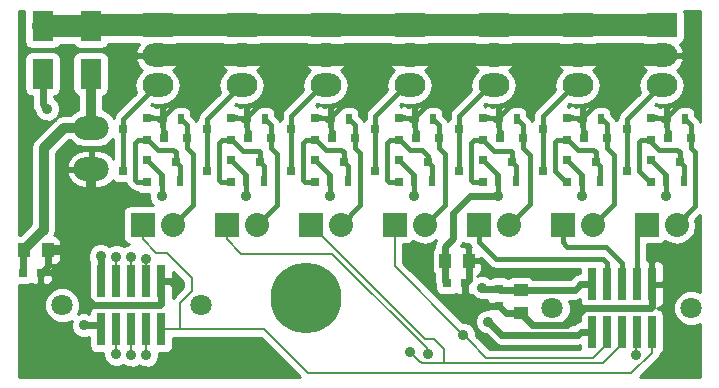
<source format=gtl>
G04 #@! TF.FileFunction,Copper,L1,Top,Signal*
%FSLAX46Y46*%
G04 Gerber Fmt 4.6, Leading zero omitted, Abs format (unit mm)*
G04 Created by KiCad (PCBNEW 4.0.1-stable) date 2016-06-28 03:14:43*
%MOMM*%
G01*
G04 APERTURE LIST*
%ADD10C,0.100000*%
%ADD11O,3.000000X2.000000*%
%ADD12C,1.800000*%
%ADD13R,0.740000X2.795000*%
%ADD14R,2.600000X2.000000*%
%ADD15O,2.600000X2.000000*%
%ADD16R,0.800000X0.750000*%
%ADD17R,1.000000X1.250000*%
%ADD18R,1.800860X2.499360*%
%ADD19R,2.032000X2.032000*%
%ADD20O,2.032000X2.032000*%
%ADD21R,0.800100X0.800100*%
%ADD22R,0.500000X0.900000*%
%ADD23R,0.750000X0.800000*%
%ADD24R,1.250000X1.000000*%
%ADD25C,6.000000*%
%ADD26C,0.914400*%
%ADD27C,0.812800*%
%ADD28C,0.584200*%
%ADD29C,1.828800*%
%ADD30C,0.406400*%
%ADD31C,0.250000*%
%ADD32C,0.203200*%
%ADD33C,0.254000*%
G04 APERTURE END LIST*
D10*
D11*
X114969500Y-103413500D03*
X114969500Y-99913500D03*
D12*
X112496500Y-114935000D03*
X124231500Y-114935000D03*
D13*
X115824000Y-116967500D03*
X115824000Y-112902500D03*
X117094000Y-116967500D03*
X117094000Y-112902500D03*
X118364000Y-116967500D03*
X118364000Y-112902500D03*
X119634000Y-116967500D03*
X119634000Y-112902500D03*
X120904000Y-116967500D03*
X120904000Y-112902500D03*
D14*
X127698500Y-91249500D03*
D15*
X127698500Y-93789500D03*
X127698500Y-96329500D03*
D16*
X109180500Y-112204500D03*
X110680500Y-112204500D03*
D17*
X109299500Y-110299500D03*
X111299500Y-110299500D03*
D16*
X145134900Y-113093500D03*
X146634900Y-113093500D03*
D17*
X144939000Y-111188500D03*
X146939000Y-111188500D03*
D18*
X114935000Y-91346020D03*
X114935000Y-95343980D03*
X110853220Y-91346020D03*
X110853220Y-95343980D03*
D19*
X161988500Y-108140500D03*
D20*
X164528500Y-108140500D03*
D19*
X154876500Y-108140500D03*
D20*
X157416500Y-108140500D03*
D19*
X147764500Y-108140500D03*
D20*
X150304500Y-108140500D03*
D19*
X140652500Y-108140500D03*
D20*
X143192500Y-108140500D03*
D19*
X133540500Y-108140500D03*
D20*
X136080500Y-108140500D03*
D19*
X126428500Y-108140500D03*
D20*
X128968500Y-108140500D03*
D19*
X119316500Y-108140500D03*
D20*
X121856500Y-108140500D03*
D14*
X120586500Y-91249500D03*
D15*
X120586500Y-93789500D03*
X120586500Y-96329500D03*
D21*
X165732500Y-100807520D03*
X163832500Y-100807520D03*
X164782500Y-102806500D03*
X158620500Y-100807520D03*
X156720500Y-100807520D03*
X157670500Y-102806500D03*
X151508500Y-100807520D03*
X149608500Y-100807520D03*
X150558500Y-102806500D03*
X144396500Y-100807520D03*
X142496500Y-100807520D03*
X143446500Y-102806500D03*
X162354260Y-104518500D03*
X162354260Y-102618500D03*
X160355280Y-103568500D03*
X162354260Y-100962500D03*
X162354260Y-99062500D03*
X160355280Y-100012500D03*
X155242260Y-104518500D03*
X155242260Y-102618500D03*
X153243280Y-103568500D03*
X155242260Y-100962500D03*
X155242260Y-99062500D03*
X153243280Y-100012500D03*
X148130260Y-104518500D03*
X148130260Y-102618500D03*
X146131280Y-103568500D03*
X148145500Y-100965000D03*
X148145500Y-99065000D03*
X146146520Y-100015000D03*
X141018260Y-104518500D03*
X141018260Y-102618500D03*
X139019280Y-103568500D03*
X141033500Y-100965000D03*
X141033500Y-99065000D03*
X139034520Y-100015000D03*
X137284500Y-100807520D03*
X135384500Y-100807520D03*
X136334500Y-102806500D03*
X130172500Y-100807520D03*
X128272500Y-100807520D03*
X129222500Y-102806500D03*
X123060500Y-100807520D03*
X121160500Y-100807520D03*
X122110500Y-102806500D03*
X133906260Y-104518500D03*
X133906260Y-102618500D03*
X131907280Y-103568500D03*
X133921500Y-100960000D03*
X133921500Y-99060000D03*
X131922520Y-100010000D03*
X126794260Y-104518500D03*
X126794260Y-102618500D03*
X124795280Y-103568500D03*
X126809500Y-100960000D03*
X126809500Y-99060000D03*
X124810520Y-100010000D03*
X119682260Y-104518500D03*
X119682260Y-102618500D03*
X117683280Y-103568500D03*
X119697500Y-100960000D03*
X119697500Y-99060000D03*
X117698520Y-100010000D03*
D22*
X163651500Y-104394000D03*
X165151500Y-104394000D03*
X165215000Y-99187000D03*
X163715000Y-99187000D03*
X158103000Y-99187000D03*
X156603000Y-99187000D03*
X150991000Y-99187000D03*
X149491000Y-99187000D03*
X143879000Y-99187000D03*
X142379000Y-99187000D03*
X156539500Y-104394000D03*
X158039500Y-104394000D03*
X149427500Y-104394000D03*
X150927500Y-104394000D03*
X142315500Y-104394000D03*
X143815500Y-104394000D03*
X136767000Y-99187000D03*
X135267000Y-99187000D03*
X129655000Y-99187000D03*
X128155000Y-99187000D03*
X122543000Y-99187000D03*
X121043000Y-99187000D03*
X135203500Y-104394000D03*
X136703500Y-104394000D03*
X128091500Y-104394000D03*
X129591500Y-104394000D03*
X120979500Y-104394000D03*
X122479500Y-104394000D03*
D23*
X149491700Y-113537300D03*
X149491700Y-115037300D03*
D24*
X151320500Y-113642900D03*
X151320500Y-115642900D03*
D14*
X134810500Y-91249500D03*
D15*
X134810500Y-93789500D03*
X134810500Y-96329500D03*
D14*
X141922500Y-91249500D03*
D15*
X141922500Y-93789500D03*
X141922500Y-96329500D03*
D14*
X163258500Y-91249500D03*
D15*
X163258500Y-93789500D03*
X163258500Y-96329500D03*
D14*
X156146500Y-91249500D03*
D15*
X156146500Y-93789500D03*
X156146500Y-96329500D03*
D14*
X149034500Y-91249500D03*
D15*
X149034500Y-93789500D03*
X149034500Y-96329500D03*
D25*
X133140500Y-114344500D03*
D12*
X154025500Y-115188500D03*
X165760500Y-115188500D03*
D13*
X157353000Y-117221000D03*
X157353000Y-113156000D03*
X158623000Y-117221000D03*
X158623000Y-113156000D03*
X159893000Y-117221000D03*
X159893000Y-113156000D03*
X161163000Y-117221000D03*
X161163000Y-113156000D03*
X162433000Y-117221000D03*
X162433000Y-113156000D03*
D26*
X122237500Y-113474500D03*
X147205700Y-114769900D03*
X120967500Y-105727500D03*
X128079500Y-105727500D03*
X135191500Y-105727500D03*
X142303500Y-105727500D03*
X149415500Y-105727500D03*
X156527500Y-105727500D03*
X163639500Y-105727500D03*
X111252000Y-98298000D03*
X148069300Y-113449100D03*
X115760500Y-110807500D03*
X117094000Y-110871000D03*
X118364000Y-110871000D03*
X119634000Y-110998020D03*
X143446500Y-119062500D03*
X161099500Y-119189500D03*
X119634000Y-119126000D03*
X141986000Y-118872000D03*
X118364000Y-119126000D03*
X146483530Y-117464975D03*
X117094000Y-119062500D03*
X148589567Y-116332433D03*
X114363500Y-116649500D03*
D27*
X110934500Y-107886500D02*
X110934500Y-108539500D01*
X110934500Y-108539500D02*
X109299500Y-110174500D01*
X109299500Y-110174500D02*
X109299500Y-110299500D01*
X110934500Y-101635700D02*
X110934500Y-107886500D01*
X114969500Y-99913500D02*
X112656700Y-99913500D01*
X112656700Y-99913500D02*
X110934500Y-101635700D01*
X114935000Y-95343980D02*
X114935000Y-99879000D01*
X114935000Y-99879000D02*
X114969500Y-99913500D01*
D28*
X109299500Y-110174500D02*
X110363000Y-109111000D01*
X109180500Y-112204500D02*
X109180500Y-110418500D01*
X109180500Y-110418500D02*
X109299500Y-110299500D01*
X113118900Y-112856442D02*
X113118900Y-110806100D01*
X113118900Y-110806100D02*
X112612300Y-110299500D01*
D27*
X112383700Y-110299500D02*
X112612300Y-110299500D01*
X112612300Y-110299500D02*
X114969500Y-107942300D01*
X111299500Y-110299500D02*
X112612300Y-110299500D01*
X114969500Y-107942300D02*
X114969500Y-105226300D01*
X114969500Y-105226300D02*
X114969500Y-103413500D01*
D28*
X120904000Y-112902500D02*
X121665500Y-112902500D01*
X121665500Y-112902500D02*
X122237500Y-113474500D01*
X148374100Y-114769900D02*
X148374100Y-114878900D01*
X148374100Y-114878900D02*
X148532500Y-115037300D01*
X148532500Y-115037300D02*
X149491700Y-115037300D01*
X151320500Y-115642900D02*
X150097300Y-115642900D01*
X150097300Y-115642900D02*
X149491700Y-115037300D01*
X155265458Y-116649500D02*
X152327100Y-116649500D01*
X152327100Y-116649500D02*
X151320500Y-115642900D01*
X146634900Y-113093500D02*
X146634900Y-114199100D01*
X146634900Y-114199100D02*
X147205700Y-114769900D01*
X146939000Y-111188500D02*
X146939000Y-112789400D01*
X146939000Y-112789400D02*
X146634900Y-113093500D01*
X148374100Y-114769900D02*
X147205700Y-114769900D01*
X162394400Y-115176300D02*
X156738658Y-115176300D01*
X156738658Y-115176300D02*
X155265458Y-116649500D01*
X162433000Y-113156000D02*
X162433000Y-115137700D01*
X162433000Y-115137700D02*
X162394400Y-115176300D01*
X120777000Y-114935000D02*
X115197458Y-114935000D01*
X115197458Y-114935000D02*
X113118900Y-112856442D01*
X120904000Y-114808000D02*
X120777000Y-114935000D01*
X120904000Y-112902500D02*
X120904000Y-114808000D01*
X111299500Y-110299500D02*
X112383700Y-110299500D01*
X111299500Y-110299500D02*
X111299500Y-111585500D01*
X111299500Y-111585500D02*
X110680500Y-112204500D01*
X120904000Y-112902500D02*
X120904000Y-113157000D01*
D29*
X120586500Y-93789500D02*
X123634500Y-93789500D01*
X123634500Y-93789500D02*
X127698500Y-93789500D01*
D30*
X121043000Y-99187000D02*
X121043000Y-98987000D01*
X123634500Y-96395500D02*
X123634500Y-93789500D01*
X121043000Y-98987000D02*
X123634500Y-96395500D01*
D29*
X127698500Y-93789500D02*
X130873500Y-93789500D01*
D30*
X128155000Y-99187000D02*
X128155000Y-98987000D01*
X128155000Y-98987000D02*
X130873500Y-96268500D01*
X130873500Y-96268500D02*
X130873500Y-93789500D01*
D29*
X137604500Y-93789500D02*
X141922500Y-93789500D01*
D30*
X135267000Y-99187000D02*
X135267000Y-98987000D01*
X135267000Y-98987000D02*
X137604500Y-96649500D01*
D29*
X141922500Y-93789500D02*
X144843500Y-93789500D01*
X144843500Y-93789500D02*
X149034500Y-93789500D01*
D30*
X142379000Y-99187000D02*
X142379000Y-98987000D01*
X142379000Y-98987000D02*
X144843500Y-96522500D01*
X144843500Y-96522500D02*
X144843500Y-93789500D01*
D29*
X149034500Y-93789500D02*
X151320500Y-93789500D01*
X151320500Y-93789500D02*
X156146500Y-93789500D01*
D30*
X151320500Y-97157500D02*
X151320500Y-93789500D01*
X149491000Y-99187000D02*
X149491000Y-98987000D01*
X149491000Y-98987000D02*
X151320500Y-97157500D01*
X119697500Y-99060000D02*
X120916000Y-99060000D01*
X120916000Y-99060000D02*
X121043000Y-99187000D01*
X121043000Y-99187000D02*
X121043000Y-100690020D01*
X121043000Y-100690020D02*
X121160500Y-100807520D01*
X126809500Y-99060000D02*
X128028000Y-99060000D01*
X128028000Y-99060000D02*
X128155000Y-99187000D01*
X128155000Y-99187000D02*
X128155000Y-100690020D01*
X128155000Y-100690020D02*
X128272500Y-100807520D01*
X133921500Y-99060000D02*
X135140000Y-99060000D01*
X135140000Y-99060000D02*
X135267000Y-99187000D01*
X135267000Y-99187000D02*
X135267000Y-100690020D01*
X135267000Y-100690020D02*
X135384500Y-100807520D01*
X141033500Y-99065000D02*
X142257000Y-99065000D01*
X142257000Y-99065000D02*
X142379000Y-99187000D01*
X142379000Y-99187000D02*
X142379000Y-100690020D01*
X142379000Y-100690020D02*
X142496500Y-100807520D01*
X148145500Y-99065000D02*
X149369000Y-99065000D01*
X149369000Y-99065000D02*
X149491000Y-99187000D01*
X149491000Y-99187000D02*
X149491000Y-100690020D01*
X149491000Y-100690020D02*
X149608500Y-100807520D01*
X156603000Y-99187000D02*
X156603000Y-100690020D01*
X156603000Y-100690020D02*
X156720500Y-100807520D01*
D29*
X156146500Y-93789500D02*
X158750000Y-93789500D01*
X158750000Y-93789500D02*
X163258500Y-93789500D01*
D30*
X156603000Y-98987000D02*
X158750000Y-96840000D01*
X156603000Y-99187000D02*
X156603000Y-98987000D01*
X158750000Y-96840000D02*
X158750000Y-93789500D01*
X155242260Y-99062500D02*
X156478500Y-99062500D01*
X156478500Y-99062500D02*
X156603000Y-99187000D01*
X163715000Y-99187000D02*
X163715000Y-98987000D01*
X163715000Y-98987000D02*
X165290500Y-97411500D01*
X165290500Y-97411500D02*
X165290500Y-94115100D01*
X165290500Y-94115100D02*
X164964900Y-93789500D01*
X164964900Y-93789500D02*
X163258500Y-93789500D01*
X162354260Y-99062500D02*
X163590500Y-99062500D01*
X163590500Y-99062500D02*
X163715000Y-99187000D01*
X163715000Y-99187000D02*
X163715000Y-100690020D01*
X163715000Y-100690020D02*
X163832500Y-100807520D01*
D31*
X162405020Y-99011740D02*
X162354260Y-99062500D01*
D29*
X130873500Y-93789500D02*
X134810500Y-93789500D01*
X134810500Y-93789500D02*
X137604500Y-93789500D01*
D30*
X137604500Y-96649500D02*
X137604500Y-93789500D01*
D29*
X141922500Y-91249500D02*
X134810500Y-91249500D01*
D28*
X145630900Y-107099100D02*
X147002500Y-105727500D01*
X147002500Y-105727500D02*
X149415500Y-105727500D01*
X145630900Y-109287400D02*
X145630900Y-107099100D01*
X144939000Y-111188500D02*
X144939000Y-109979300D01*
X144939000Y-109979300D02*
X145630900Y-109287400D01*
X144939000Y-111188500D02*
X144939000Y-112897600D01*
X144939000Y-112897600D02*
X145134900Y-113093500D01*
X163524500Y-91515500D02*
X163258500Y-91249500D01*
D29*
X120586500Y-91249500D02*
X115031520Y-91249500D01*
X115031520Y-91249500D02*
X114935000Y-91346020D01*
X110853220Y-91346020D02*
X114935000Y-91346020D01*
D30*
X120979500Y-104394000D02*
X120979500Y-105715500D01*
X120979500Y-105715500D02*
X120967500Y-105727500D01*
X128091500Y-104394000D02*
X128091500Y-105715500D01*
X128091500Y-105715500D02*
X128079500Y-105727500D01*
X135203500Y-104394000D02*
X135203500Y-105715500D01*
X135203500Y-105715500D02*
X135191500Y-105727500D01*
X142315500Y-104394000D02*
X142315500Y-105715500D01*
X142315500Y-105715500D02*
X142303500Y-105727500D01*
X149427500Y-104394000D02*
X149427500Y-105715500D01*
X149427500Y-105715500D02*
X149415500Y-105727500D01*
X156539500Y-104394000D02*
X156539500Y-105715500D01*
X156539500Y-105715500D02*
X156527500Y-105727500D01*
X120979500Y-104394000D02*
X120979500Y-103915740D01*
X120979500Y-103915740D02*
X119682260Y-102618500D01*
X128091500Y-104394000D02*
X128091500Y-103915740D01*
X128091500Y-103915740D02*
X126794260Y-102618500D01*
X135203500Y-104394000D02*
X135203500Y-103915740D01*
X135203500Y-103915740D02*
X133906260Y-102618500D01*
X142315500Y-104394000D02*
X142315500Y-103915740D01*
X142315500Y-103915740D02*
X141018260Y-102618500D01*
X149427500Y-104394000D02*
X149427500Y-103915740D01*
X149427500Y-103915740D02*
X148130260Y-102618500D01*
X156539500Y-104394000D02*
X156539500Y-103915740D01*
X156539500Y-103915740D02*
X155242260Y-102618500D01*
X163651500Y-104394000D02*
X163651500Y-105715500D01*
X163651500Y-105715500D02*
X163639500Y-105727500D01*
D29*
X120586500Y-91249500D02*
X127698500Y-91249500D01*
X134810500Y-91249500D02*
X127698500Y-91249500D01*
X141922500Y-91249500D02*
X149034500Y-91249500D01*
X156146500Y-91249500D02*
X149034500Y-91249500D01*
X163258500Y-91249500D02*
X156146500Y-91249500D01*
D30*
X163651500Y-104394000D02*
X163651500Y-103915740D01*
X163651500Y-103915740D02*
X162354260Y-102618500D01*
D28*
X110853220Y-97177860D02*
X110853220Y-97899220D01*
X110853220Y-97899220D02*
X111252000Y-98298000D01*
X149491700Y-113537300D02*
X148157500Y-113537300D01*
X148157500Y-113537300D02*
X148069300Y-113449100D01*
X151320500Y-113642900D02*
X149597300Y-113642900D01*
X149597300Y-113642900D02*
X149491700Y-113537300D01*
X156398800Y-113156000D02*
X155911900Y-113642900D01*
X155911900Y-113642900D02*
X151320500Y-113642900D01*
X110853220Y-95343980D02*
X110853220Y-97177860D01*
X115824000Y-112902500D02*
X115824000Y-110871000D01*
X115824000Y-110871000D02*
X115760500Y-110807500D01*
X157353000Y-113156000D02*
X156398800Y-113156000D01*
X156398800Y-113156000D02*
X156397800Y-113157000D01*
D32*
X117094000Y-112902500D02*
X117094000Y-110871000D01*
D30*
X158332400Y-111061500D02*
X149263100Y-111061500D01*
X149263100Y-111061500D02*
X147764500Y-109562900D01*
X147764500Y-109562900D02*
X147764500Y-108140500D01*
X158623000Y-113156000D02*
X158623000Y-111352100D01*
X158623000Y-111352100D02*
X158332400Y-111061500D01*
X166116000Y-101997470D02*
X166116000Y-106553000D01*
X166116000Y-106553000D02*
X164528500Y-108140500D01*
X165732500Y-100807520D02*
X165732500Y-101613970D01*
X165732500Y-101613970D02*
X166116000Y-101997470D01*
X165732500Y-100807520D02*
X165732500Y-99704500D01*
X165732500Y-99704500D02*
X165215000Y-99187000D01*
D32*
X118364000Y-112902500D02*
X118364000Y-110871000D01*
D30*
X158522900Y-109982000D02*
X155295600Y-109982000D01*
X155295600Y-109982000D02*
X154876500Y-109562900D01*
X154876500Y-109562900D02*
X154876500Y-108140500D01*
X159893000Y-113156000D02*
X159893000Y-111352100D01*
X159893000Y-111352100D02*
X158522900Y-109982000D01*
X159194500Y-102187970D02*
X159194500Y-106362500D01*
X159194500Y-106362500D02*
X157416500Y-108140500D01*
X158620500Y-100807520D02*
X158620500Y-101613970D01*
X158620500Y-101613970D02*
X159194500Y-102187970D01*
X158242000Y-99187000D02*
X158620500Y-99565500D01*
X158620500Y-99565500D02*
X158620500Y-100807520D01*
X158103000Y-99187000D02*
X158242000Y-99187000D01*
D32*
X119634000Y-112902500D02*
X119634000Y-110998020D01*
D30*
X161163000Y-113156000D02*
X161163000Y-108966000D01*
X161163000Y-108966000D02*
X161988500Y-108140500D01*
X152082500Y-102187970D02*
X152082500Y-106362500D01*
X152082500Y-106362500D02*
X150304500Y-108140500D01*
X151508500Y-100807520D02*
X151508500Y-101613970D01*
X151508500Y-101613970D02*
X152082500Y-102187970D01*
X151508500Y-100807520D02*
X151508500Y-99704500D01*
X151508500Y-99704500D02*
X150991000Y-99187000D01*
D32*
X123507500Y-113728500D02*
X123507500Y-112649000D01*
X121348500Y-110490000D02*
X120446800Y-110490000D01*
X123507500Y-112649000D02*
X121348500Y-110490000D01*
X122491500Y-114744500D02*
X123507500Y-113728500D01*
X122491500Y-116967500D02*
X121477200Y-116967500D01*
X129617520Y-116967500D02*
X122491500Y-116967500D01*
X122491500Y-116967500D02*
X122491500Y-114744500D01*
X121477200Y-116967500D02*
X120904000Y-116967500D01*
X133363520Y-120713500D02*
X129617520Y-116967500D01*
X162433000Y-117221000D02*
X162433000Y-118983762D01*
X160703262Y-120713500D02*
X133363520Y-120713500D01*
X162433000Y-118983762D02*
X160703262Y-120713500D01*
X120446800Y-110490000D02*
X119316500Y-109359700D01*
X119316500Y-109359700D02*
X119316500Y-108140500D01*
D30*
X144907000Y-102124470D02*
X144907000Y-106426000D01*
X144907000Y-106426000D02*
X143192500Y-108140500D01*
X144396500Y-100807520D02*
X144396500Y-101613970D01*
X144396500Y-101613970D02*
X144907000Y-102124470D01*
X144396500Y-100807520D02*
X144396500Y-99704500D01*
X144396500Y-99704500D02*
X143879000Y-99187000D01*
D32*
X126428500Y-108140500D02*
X126428500Y-109359700D01*
X126428500Y-109359700D02*
X127647711Y-110578911D01*
X127647711Y-110578911D02*
X135343911Y-110578911D01*
X135343911Y-110578911D02*
X143446500Y-118681500D01*
X143446500Y-118681500D02*
X143446500Y-119062500D01*
X161099500Y-119189500D02*
X161099500Y-117284500D01*
X161099500Y-117284500D02*
X161163000Y-117221000D01*
X161163000Y-117221000D02*
X161163000Y-118248500D01*
X119634000Y-116967500D02*
X119634000Y-119126000D01*
D30*
X137731500Y-102060970D02*
X137731500Y-106489500D01*
X137731500Y-106489500D02*
X136080500Y-108140500D01*
X137284500Y-100807520D02*
X137284500Y-101613970D01*
X137284500Y-101613970D02*
X137731500Y-102060970D01*
X137284500Y-100807520D02*
X137284500Y-99704500D01*
X137284500Y-99704500D02*
X136767000Y-99187000D01*
D32*
X144843500Y-119854566D02*
X142968566Y-119854566D01*
X142968566Y-119854566D02*
X142748000Y-119634000D01*
X141986000Y-118872000D02*
X142748000Y-119634000D01*
X143954500Y-117792500D02*
X144843500Y-118681500D01*
X143192500Y-117792500D02*
X143954500Y-117792500D01*
X133540500Y-108140500D02*
X143192500Y-117792500D01*
X144843500Y-118681500D02*
X144843500Y-119854566D01*
X158286934Y-119854566D02*
X144843500Y-119854566D01*
X159893000Y-118248500D02*
X158286934Y-119854566D01*
X159893000Y-117221000D02*
X159893000Y-118248500D01*
X118364000Y-116967500D02*
X118364000Y-119126000D01*
D30*
X130683000Y-102124470D02*
X130683000Y-106426000D01*
X130683000Y-106426000D02*
X128968500Y-108140500D01*
X130172500Y-100807520D02*
X130172500Y-101613970D01*
X130172500Y-101613970D02*
X130683000Y-102124470D01*
X130172500Y-100807520D02*
X130172500Y-99704500D01*
X130172500Y-99704500D02*
X129655000Y-99187000D01*
D32*
X157491500Y-119380000D02*
X148398555Y-119380000D01*
X140652500Y-111633945D02*
X146026331Y-117007776D01*
X158623000Y-117221000D02*
X158623000Y-118248500D01*
X148398555Y-119380000D02*
X146940729Y-117922174D01*
X146026331Y-117007776D02*
X146483530Y-117464975D01*
X140652500Y-108140500D02*
X140652500Y-111633945D01*
X146940729Y-117922174D02*
X146483530Y-117464975D01*
X158623000Y-118248500D02*
X157491500Y-119380000D01*
X117094000Y-116967500D02*
X117094000Y-119062500D01*
D30*
X123571000Y-102124470D02*
X123571000Y-106426000D01*
X123571000Y-106426000D02*
X121856500Y-108140500D01*
X123060500Y-100807520D02*
X123060500Y-101613970D01*
X123060500Y-101613970D02*
X123571000Y-102124470D01*
X123060500Y-100807520D02*
X123060500Y-99704500D01*
X123060500Y-99704500D02*
X122543000Y-99187000D01*
X160355280Y-100012500D02*
X160355280Y-99206050D01*
X160355280Y-99206050D02*
X163231830Y-96329500D01*
X163231830Y-96329500D02*
X163258500Y-96329500D01*
X160355280Y-103568500D02*
X160355280Y-100012500D01*
X146146520Y-100015000D02*
X146146520Y-98917480D01*
X146146520Y-98917480D02*
X148734500Y-96329500D01*
X148734500Y-96329500D02*
X149034500Y-96329500D01*
X146131280Y-103568500D02*
X146131280Y-100030240D01*
X146131280Y-100030240D02*
X146146520Y-100015000D01*
X139034520Y-100015000D02*
X139034520Y-98917480D01*
X139034520Y-98917480D02*
X141622500Y-96329500D01*
X141622500Y-96329500D02*
X141922500Y-96329500D01*
X139019280Y-103568500D02*
X139019280Y-100030240D01*
X139019280Y-100030240D02*
X139034520Y-100015000D01*
X131922520Y-100010000D02*
X131922520Y-98917480D01*
X131922520Y-98917480D02*
X134510500Y-96329500D01*
X134510500Y-96329500D02*
X134810500Y-96329500D01*
X131907280Y-103568500D02*
X131907280Y-100025240D01*
X131907280Y-100025240D02*
X131922520Y-100010000D01*
X124810520Y-100010000D02*
X124810520Y-99203550D01*
X124810520Y-99203550D02*
X127684570Y-96329500D01*
X127684570Y-96329500D02*
X127698500Y-96329500D01*
X124795280Y-103568500D02*
X124795280Y-100025240D01*
X124795280Y-100025240D02*
X124810520Y-100010000D01*
X117698520Y-100010000D02*
X117698520Y-99203550D01*
X117698520Y-99203550D02*
X120572570Y-96329500D01*
X120572570Y-96329500D02*
X120586500Y-96329500D01*
X117683280Y-103568500D02*
X117683280Y-100025240D01*
X117683280Y-100025240D02*
X117698520Y-100010000D01*
D28*
X149046766Y-116789632D02*
X148589567Y-116332433D01*
X149694045Y-117436911D02*
X149046766Y-116789632D01*
X156398800Y-117221000D02*
X156182889Y-117436911D01*
X157353000Y-117221000D02*
X156398800Y-117221000D01*
X156182889Y-117436911D02*
X149694045Y-117436911D01*
X114363500Y-116649500D02*
X115506000Y-116649500D01*
X115506000Y-116649500D02*
X115824000Y-116967500D01*
D30*
X165151500Y-104394000D02*
X165151500Y-103175500D01*
X165151500Y-103175500D02*
X164782500Y-102806500D01*
X161353500Y-103568500D02*
X161353500Y-101156810D01*
X161353500Y-101156810D02*
X161547810Y-100962500D01*
X161547810Y-100962500D02*
X162354260Y-100962500D01*
X162303500Y-104518500D02*
X161353500Y-103568500D01*
X162354260Y-104518500D02*
X162303500Y-104518500D01*
X164782500Y-102806500D02*
X164782500Y-102000050D01*
X164782500Y-102000050D02*
X164572950Y-101790500D01*
X164572950Y-101790500D02*
X163004500Y-101790500D01*
X163004500Y-101790500D02*
X162354260Y-101140260D01*
X162354260Y-101140260D02*
X162354260Y-100962500D01*
D31*
X162402480Y-101010720D02*
X162354260Y-100962500D01*
D30*
X155242260Y-104518500D02*
X155191500Y-104518500D01*
X155191500Y-104518500D02*
X154241500Y-103568500D01*
X154241500Y-103568500D02*
X154241500Y-101156810D01*
X154241500Y-101156810D02*
X154435810Y-100962500D01*
X154435810Y-100962500D02*
X155242260Y-100962500D01*
X158039500Y-104394000D02*
X158039500Y-103175500D01*
X158039500Y-103175500D02*
X157670500Y-102806500D01*
X155242260Y-100962500D02*
X155318500Y-100962500D01*
X155318500Y-100962500D02*
X156146500Y-101790500D01*
X156146500Y-101790500D02*
X157460950Y-101790500D01*
X157460950Y-101790500D02*
X157670500Y-102000050D01*
X157670500Y-102000050D02*
X157670500Y-102806500D01*
X150475950Y-101917500D02*
X149098000Y-101917500D01*
X149098000Y-101917500D02*
X148145500Y-100965000D01*
X150558500Y-102806500D02*
X150558500Y-102000050D01*
X150558500Y-102000050D02*
X150475950Y-101917500D01*
X150927500Y-104394000D02*
X150927500Y-103175500D01*
X150927500Y-103175500D02*
X150558500Y-102806500D01*
X148130260Y-104518500D02*
X147323810Y-104518500D01*
X147323810Y-104518500D02*
X147129500Y-104324190D01*
X147129500Y-104324190D02*
X147129500Y-101174550D01*
X147129500Y-101174550D02*
X147339050Y-100965000D01*
X147339050Y-100965000D02*
X148145500Y-100965000D01*
X143446500Y-102806500D02*
X143446500Y-102298500D01*
X143446500Y-102298500D02*
X142938500Y-101790500D01*
X142938500Y-101790500D02*
X141922500Y-101790500D01*
X141922500Y-101790500D02*
X141097000Y-100965000D01*
X141097000Y-100965000D02*
X141033500Y-100965000D01*
X143815500Y-104394000D02*
X143815500Y-103175500D01*
X143815500Y-103175500D02*
X143446500Y-102806500D01*
X140017500Y-104324190D02*
X140017500Y-101174550D01*
X140017500Y-101174550D02*
X140227050Y-100965000D01*
X140227050Y-100965000D02*
X141033500Y-100965000D01*
X141018260Y-104518500D02*
X140211810Y-104518500D01*
X140211810Y-104518500D02*
X140017500Y-104324190D01*
X136334500Y-102806500D02*
X136334500Y-102000050D01*
X136334500Y-102000050D02*
X136124950Y-101790500D01*
X136124950Y-101790500D02*
X134810500Y-101790500D01*
X134810500Y-101790500D02*
X133980000Y-100960000D01*
X133980000Y-100960000D02*
X133921500Y-100960000D01*
X136703500Y-104394000D02*
X136703500Y-103175500D01*
X136703500Y-103175500D02*
X136334500Y-102806500D01*
X132905500Y-104324190D02*
X132905500Y-101169550D01*
X132905500Y-101169550D02*
X133115050Y-100960000D01*
X133115050Y-100960000D02*
X133921500Y-100960000D01*
X133906260Y-104518500D02*
X133099810Y-104518500D01*
X133099810Y-104518500D02*
X132905500Y-104324190D01*
X127825500Y-101917500D02*
X126868000Y-100960000D01*
X126868000Y-100960000D02*
X126809500Y-100960000D01*
X129139950Y-101917500D02*
X127825500Y-101917500D01*
X129222500Y-102806500D02*
X129222500Y-102000050D01*
X129222500Y-102000050D02*
X129139950Y-101917500D01*
X129591500Y-104394000D02*
X129591500Y-103175500D01*
X129591500Y-103175500D02*
X129222500Y-102806500D01*
X125793500Y-104324190D02*
X125793500Y-101169550D01*
X125793500Y-101169550D02*
X126003050Y-100960000D01*
X126003050Y-100960000D02*
X126809500Y-100960000D01*
X126794260Y-104518500D02*
X125987810Y-104518500D01*
X125987810Y-104518500D02*
X125793500Y-104324190D01*
X122110500Y-102806500D02*
X122110500Y-102000050D01*
X122110500Y-102000050D02*
X121900950Y-101790500D01*
X121900950Y-101790500D02*
X120586500Y-101790500D01*
X120586500Y-101790500D02*
X119756000Y-100960000D01*
X119756000Y-100960000D02*
X119697500Y-100960000D01*
X122479500Y-104394000D02*
X122479500Y-103175500D01*
X122479500Y-103175500D02*
X122110500Y-102806500D01*
X118681500Y-104324190D02*
X118681500Y-101169550D01*
X118681500Y-101169550D02*
X118891050Y-100960000D01*
X118891050Y-100960000D02*
X119697500Y-100960000D01*
X119682260Y-104518500D02*
X118875810Y-104518500D01*
X118875810Y-104518500D02*
X118681500Y-104324190D01*
X153243280Y-100012500D02*
X153243280Y-98932720D01*
X153243280Y-98932720D02*
X155846500Y-96329500D01*
X155846500Y-96329500D02*
X156146500Y-96329500D01*
X153243280Y-103568500D02*
X153243280Y-100012500D01*
D33*
G36*
X166510500Y-113837854D02*
X166067170Y-113653767D01*
X165456509Y-113653235D01*
X164892129Y-113886432D01*
X164459949Y-114317857D01*
X164225767Y-114881830D01*
X164225235Y-115492491D01*
X164458432Y-116056871D01*
X164889857Y-116489051D01*
X165453830Y-116723233D01*
X166064491Y-116723765D01*
X166510500Y-116539478D01*
X166510500Y-121044500D01*
X161413972Y-121044500D01*
X162953855Y-119504617D01*
X163113530Y-119265647D01*
X163134603Y-119159703D01*
X163254441Y-119082590D01*
X163399431Y-118870390D01*
X163450440Y-118618500D01*
X163450440Y-115823500D01*
X163406162Y-115588183D01*
X163267090Y-115372059D01*
X163054890Y-115227069D01*
X162864431Y-115188500D01*
X162929309Y-115188500D01*
X163162698Y-115091827D01*
X163341327Y-114913199D01*
X163438000Y-114679810D01*
X163438000Y-113441750D01*
X163279250Y-113283000D01*
X162560000Y-113283000D01*
X162560000Y-113303000D01*
X162306000Y-113303000D01*
X162306000Y-113283000D01*
X162286000Y-113283000D01*
X162286000Y-113029000D01*
X162306000Y-113029000D01*
X162306000Y-111282250D01*
X162560000Y-111282250D01*
X162560000Y-113029000D01*
X163279250Y-113029000D01*
X163438000Y-112870250D01*
X163438000Y-111632190D01*
X163341327Y-111398801D01*
X163162698Y-111220173D01*
X162929309Y-111123500D01*
X162718750Y-111123500D01*
X162560000Y-111282250D01*
X162306000Y-111282250D01*
X162147250Y-111123500D01*
X162001200Y-111123500D01*
X162001200Y-109803940D01*
X163004500Y-109803940D01*
X163239817Y-109759662D01*
X163455941Y-109620590D01*
X163557698Y-109471663D01*
X163896690Y-109698170D01*
X164528500Y-109823845D01*
X165160310Y-109698170D01*
X165695933Y-109340278D01*
X166053825Y-108804655D01*
X166179500Y-108172845D01*
X166179500Y-108108155D01*
X166107617Y-107746777D01*
X166510500Y-107343894D01*
X166510500Y-113837854D01*
X166510500Y-113837854D01*
G37*
X166510500Y-113837854D02*
X166067170Y-113653767D01*
X165456509Y-113653235D01*
X164892129Y-113886432D01*
X164459949Y-114317857D01*
X164225767Y-114881830D01*
X164225235Y-115492491D01*
X164458432Y-116056871D01*
X164889857Y-116489051D01*
X165453830Y-116723233D01*
X166064491Y-116723765D01*
X166510500Y-116539478D01*
X166510500Y-121044500D01*
X161413972Y-121044500D01*
X162953855Y-119504617D01*
X163113530Y-119265647D01*
X163134603Y-119159703D01*
X163254441Y-119082590D01*
X163399431Y-118870390D01*
X163450440Y-118618500D01*
X163450440Y-115823500D01*
X163406162Y-115588183D01*
X163267090Y-115372059D01*
X163054890Y-115227069D01*
X162864431Y-115188500D01*
X162929309Y-115188500D01*
X163162698Y-115091827D01*
X163341327Y-114913199D01*
X163438000Y-114679810D01*
X163438000Y-113441750D01*
X163279250Y-113283000D01*
X162560000Y-113283000D01*
X162560000Y-113303000D01*
X162306000Y-113303000D01*
X162306000Y-113283000D01*
X162286000Y-113283000D01*
X162286000Y-113029000D01*
X162306000Y-113029000D01*
X162306000Y-111282250D01*
X162560000Y-111282250D01*
X162560000Y-113029000D01*
X163279250Y-113029000D01*
X163438000Y-112870250D01*
X163438000Y-111632190D01*
X163341327Y-111398801D01*
X163162698Y-111220173D01*
X162929309Y-111123500D01*
X162718750Y-111123500D01*
X162560000Y-111282250D01*
X162306000Y-111282250D01*
X162147250Y-111123500D01*
X162001200Y-111123500D01*
X162001200Y-109803940D01*
X163004500Y-109803940D01*
X163239817Y-109759662D01*
X163455941Y-109620590D01*
X163557698Y-109471663D01*
X163896690Y-109698170D01*
X164528500Y-109823845D01*
X165160310Y-109698170D01*
X165695933Y-109340278D01*
X166053825Y-108804655D01*
X166179500Y-108172845D01*
X166179500Y-108108155D01*
X166107617Y-107746777D01*
X166510500Y-107343894D01*
X166510500Y-113837854D01*
G36*
X116834380Y-100861491D02*
X116845080Y-100868802D01*
X116845080Y-102578151D01*
X116715422Y-102347183D01*
X116212520Y-101951558D01*
X115596500Y-101778500D01*
X115096500Y-101778500D01*
X115096500Y-103286500D01*
X115116500Y-103286500D01*
X115116500Y-103540500D01*
X115096500Y-103540500D01*
X115096500Y-105048500D01*
X115596500Y-105048500D01*
X116212520Y-104875442D01*
X116715422Y-104479817D01*
X116781683Y-104361782D01*
X116819140Y-104419991D01*
X117031340Y-104564981D01*
X117283230Y-104615990D01*
X117901342Y-104615990D01*
X117907104Y-104644956D01*
X118088803Y-104916887D01*
X118283113Y-105111197D01*
X118555045Y-105292896D01*
X118799844Y-105341589D01*
X118818120Y-105369991D01*
X119030320Y-105514981D01*
X119282210Y-105565990D01*
X119875441Y-105565990D01*
X119875111Y-105943799D01*
X120041038Y-106345373D01*
X120172495Y-106477060D01*
X118300500Y-106477060D01*
X118065183Y-106521338D01*
X117849059Y-106660410D01*
X117704069Y-106872610D01*
X117653060Y-107124500D01*
X117653060Y-109156500D01*
X117697338Y-109391817D01*
X117836410Y-109607941D01*
X118048610Y-109752931D01*
X118175542Y-109778635D01*
X118147701Y-109778611D01*
X117746127Y-109944538D01*
X117729240Y-109961396D01*
X117713489Y-109945618D01*
X117312205Y-109778990D01*
X116877701Y-109778611D01*
X116476127Y-109944538D01*
X116459184Y-109961451D01*
X116379989Y-109882118D01*
X115978705Y-109715490D01*
X115544201Y-109715111D01*
X115142627Y-109881038D01*
X114835118Y-110188011D01*
X114668490Y-110589295D01*
X114668111Y-111023799D01*
X114826419Y-111406934D01*
X114806560Y-111505000D01*
X114806560Y-114300000D01*
X114850838Y-114535317D01*
X114989910Y-114751441D01*
X115202110Y-114896431D01*
X115390314Y-114934543D01*
X115218683Y-114966838D01*
X115002559Y-115105910D01*
X114857569Y-115318110D01*
X114806560Y-115570000D01*
X114806560Y-115650858D01*
X114581705Y-115557490D01*
X114147201Y-115557111D01*
X113849106Y-115680281D01*
X114031233Y-115241670D01*
X114031765Y-114631009D01*
X113798568Y-114066629D01*
X113367143Y-113634449D01*
X112803170Y-113400267D01*
X112192509Y-113399735D01*
X111628129Y-113632932D01*
X111195949Y-114064357D01*
X110961767Y-114628330D01*
X110961235Y-115238991D01*
X111194432Y-115803371D01*
X111625857Y-116235551D01*
X112189830Y-116469733D01*
X112800491Y-116470265D01*
X113349504Y-116243418D01*
X113271490Y-116431295D01*
X113271111Y-116865799D01*
X113437038Y-117267373D01*
X113744011Y-117574882D01*
X114145295Y-117741510D01*
X114579799Y-117741889D01*
X114806560Y-117648193D01*
X114806560Y-118365000D01*
X114850838Y-118600317D01*
X114989910Y-118816441D01*
X115202110Y-118961431D01*
X115454000Y-119012440D01*
X116001843Y-119012440D01*
X116001611Y-119278799D01*
X116167538Y-119680373D01*
X116474511Y-119987882D01*
X116875795Y-120154510D01*
X117310299Y-120154889D01*
X117690865Y-119997642D01*
X117744511Y-120051382D01*
X118145795Y-120218010D01*
X118580299Y-120218389D01*
X118981873Y-120052462D01*
X118998760Y-120035604D01*
X119014511Y-120051382D01*
X119415795Y-120218010D01*
X119850299Y-120218389D01*
X120251873Y-120052462D01*
X120559382Y-119745489D01*
X120726010Y-119344205D01*
X120726299Y-119012440D01*
X121274000Y-119012440D01*
X121509317Y-118968162D01*
X121725441Y-118829090D01*
X121870431Y-118616890D01*
X121921440Y-118365000D01*
X121921440Y-117704100D01*
X129312410Y-117704100D01*
X132652810Y-121044500D01*
X108825500Y-121044500D01*
X108825500Y-113226940D01*
X109580500Y-113226940D01*
X109815817Y-113182662D01*
X109919146Y-113116171D01*
X109920802Y-113117827D01*
X110154191Y-113214500D01*
X110394750Y-113214500D01*
X110553500Y-113055750D01*
X110553500Y-112331500D01*
X110807500Y-112331500D01*
X110807500Y-113055750D01*
X110966250Y-113214500D01*
X111206809Y-113214500D01*
X111440198Y-113117827D01*
X111618827Y-112939199D01*
X111715500Y-112705810D01*
X111715500Y-112490250D01*
X111556750Y-112331500D01*
X110807500Y-112331500D01*
X110553500Y-112331500D01*
X110533500Y-112331500D01*
X110533500Y-112077500D01*
X110553500Y-112077500D01*
X110553500Y-112057500D01*
X110807500Y-112057500D01*
X110807500Y-112077500D01*
X111556750Y-112077500D01*
X111715500Y-111918750D01*
X111715500Y-111703190D01*
X111655982Y-111559500D01*
X111925809Y-111559500D01*
X112159198Y-111462827D01*
X112337827Y-111284199D01*
X112434500Y-111050810D01*
X112434500Y-110585250D01*
X112275750Y-110426500D01*
X111426500Y-110426500D01*
X111426500Y-110446500D01*
X111172500Y-110446500D01*
X111172500Y-110426500D01*
X111152500Y-110426500D01*
X111152500Y-110172500D01*
X111172500Y-110172500D01*
X111172500Y-110152500D01*
X111426500Y-110152500D01*
X111426500Y-110172500D01*
X112275750Y-110172500D01*
X112434500Y-110013750D01*
X112434500Y-109548190D01*
X112337827Y-109314801D01*
X112159198Y-109136173D01*
X111925809Y-109039500D01*
X111828826Y-109039500D01*
X111896628Y-108938027D01*
X111975900Y-108539500D01*
X111975900Y-103793934D01*
X112879376Y-103793934D01*
X112910356Y-103921855D01*
X113223578Y-104479817D01*
X113726480Y-104875442D01*
X114342500Y-105048500D01*
X114842500Y-105048500D01*
X114842500Y-103540500D01*
X112998723Y-103540500D01*
X112879376Y-103793934D01*
X111975900Y-103793934D01*
X111975900Y-103033066D01*
X112879376Y-103033066D01*
X112998723Y-103286500D01*
X114842500Y-103286500D01*
X114842500Y-101778500D01*
X114342500Y-101778500D01*
X113726480Y-101951558D01*
X113223578Y-102347183D01*
X112910356Y-102905145D01*
X112879376Y-103033066D01*
X111975900Y-103033066D01*
X111975900Y-102067062D01*
X113088062Y-100954900D01*
X113194900Y-100954900D01*
X113271553Y-101069620D01*
X113801986Y-101424043D01*
X114427673Y-101548500D01*
X115511327Y-101548500D01*
X116137014Y-101424043D01*
X116667447Y-101069620D01*
X116820709Y-100840246D01*
X116834380Y-100861491D01*
X116834380Y-100861491D01*
G37*
X116834380Y-100861491D02*
X116845080Y-100868802D01*
X116845080Y-102578151D01*
X116715422Y-102347183D01*
X116212520Y-101951558D01*
X115596500Y-101778500D01*
X115096500Y-101778500D01*
X115096500Y-103286500D01*
X115116500Y-103286500D01*
X115116500Y-103540500D01*
X115096500Y-103540500D01*
X115096500Y-105048500D01*
X115596500Y-105048500D01*
X116212520Y-104875442D01*
X116715422Y-104479817D01*
X116781683Y-104361782D01*
X116819140Y-104419991D01*
X117031340Y-104564981D01*
X117283230Y-104615990D01*
X117901342Y-104615990D01*
X117907104Y-104644956D01*
X118088803Y-104916887D01*
X118283113Y-105111197D01*
X118555045Y-105292896D01*
X118799844Y-105341589D01*
X118818120Y-105369991D01*
X119030320Y-105514981D01*
X119282210Y-105565990D01*
X119875441Y-105565990D01*
X119875111Y-105943799D01*
X120041038Y-106345373D01*
X120172495Y-106477060D01*
X118300500Y-106477060D01*
X118065183Y-106521338D01*
X117849059Y-106660410D01*
X117704069Y-106872610D01*
X117653060Y-107124500D01*
X117653060Y-109156500D01*
X117697338Y-109391817D01*
X117836410Y-109607941D01*
X118048610Y-109752931D01*
X118175542Y-109778635D01*
X118147701Y-109778611D01*
X117746127Y-109944538D01*
X117729240Y-109961396D01*
X117713489Y-109945618D01*
X117312205Y-109778990D01*
X116877701Y-109778611D01*
X116476127Y-109944538D01*
X116459184Y-109961451D01*
X116379989Y-109882118D01*
X115978705Y-109715490D01*
X115544201Y-109715111D01*
X115142627Y-109881038D01*
X114835118Y-110188011D01*
X114668490Y-110589295D01*
X114668111Y-111023799D01*
X114826419Y-111406934D01*
X114806560Y-111505000D01*
X114806560Y-114300000D01*
X114850838Y-114535317D01*
X114989910Y-114751441D01*
X115202110Y-114896431D01*
X115390314Y-114934543D01*
X115218683Y-114966838D01*
X115002559Y-115105910D01*
X114857569Y-115318110D01*
X114806560Y-115570000D01*
X114806560Y-115650858D01*
X114581705Y-115557490D01*
X114147201Y-115557111D01*
X113849106Y-115680281D01*
X114031233Y-115241670D01*
X114031765Y-114631009D01*
X113798568Y-114066629D01*
X113367143Y-113634449D01*
X112803170Y-113400267D01*
X112192509Y-113399735D01*
X111628129Y-113632932D01*
X111195949Y-114064357D01*
X110961767Y-114628330D01*
X110961235Y-115238991D01*
X111194432Y-115803371D01*
X111625857Y-116235551D01*
X112189830Y-116469733D01*
X112800491Y-116470265D01*
X113349504Y-116243418D01*
X113271490Y-116431295D01*
X113271111Y-116865799D01*
X113437038Y-117267373D01*
X113744011Y-117574882D01*
X114145295Y-117741510D01*
X114579799Y-117741889D01*
X114806560Y-117648193D01*
X114806560Y-118365000D01*
X114850838Y-118600317D01*
X114989910Y-118816441D01*
X115202110Y-118961431D01*
X115454000Y-119012440D01*
X116001843Y-119012440D01*
X116001611Y-119278799D01*
X116167538Y-119680373D01*
X116474511Y-119987882D01*
X116875795Y-120154510D01*
X117310299Y-120154889D01*
X117690865Y-119997642D01*
X117744511Y-120051382D01*
X118145795Y-120218010D01*
X118580299Y-120218389D01*
X118981873Y-120052462D01*
X118998760Y-120035604D01*
X119014511Y-120051382D01*
X119415795Y-120218010D01*
X119850299Y-120218389D01*
X120251873Y-120052462D01*
X120559382Y-119745489D01*
X120726010Y-119344205D01*
X120726299Y-119012440D01*
X121274000Y-119012440D01*
X121509317Y-118968162D01*
X121725441Y-118829090D01*
X121870431Y-118616890D01*
X121921440Y-118365000D01*
X121921440Y-117704100D01*
X129312410Y-117704100D01*
X132652810Y-121044500D01*
X108825500Y-121044500D01*
X108825500Y-113226940D01*
X109580500Y-113226940D01*
X109815817Y-113182662D01*
X109919146Y-113116171D01*
X109920802Y-113117827D01*
X110154191Y-113214500D01*
X110394750Y-113214500D01*
X110553500Y-113055750D01*
X110553500Y-112331500D01*
X110807500Y-112331500D01*
X110807500Y-113055750D01*
X110966250Y-113214500D01*
X111206809Y-113214500D01*
X111440198Y-113117827D01*
X111618827Y-112939199D01*
X111715500Y-112705810D01*
X111715500Y-112490250D01*
X111556750Y-112331500D01*
X110807500Y-112331500D01*
X110553500Y-112331500D01*
X110533500Y-112331500D01*
X110533500Y-112077500D01*
X110553500Y-112077500D01*
X110553500Y-112057500D01*
X110807500Y-112057500D01*
X110807500Y-112077500D01*
X111556750Y-112077500D01*
X111715500Y-111918750D01*
X111715500Y-111703190D01*
X111655982Y-111559500D01*
X111925809Y-111559500D01*
X112159198Y-111462827D01*
X112337827Y-111284199D01*
X112434500Y-111050810D01*
X112434500Y-110585250D01*
X112275750Y-110426500D01*
X111426500Y-110426500D01*
X111426500Y-110446500D01*
X111172500Y-110446500D01*
X111172500Y-110426500D01*
X111152500Y-110426500D01*
X111152500Y-110172500D01*
X111172500Y-110172500D01*
X111172500Y-110152500D01*
X111426500Y-110152500D01*
X111426500Y-110172500D01*
X112275750Y-110172500D01*
X112434500Y-110013750D01*
X112434500Y-109548190D01*
X112337827Y-109314801D01*
X112159198Y-109136173D01*
X111925809Y-109039500D01*
X111828826Y-109039500D01*
X111896628Y-108938027D01*
X111975900Y-108539500D01*
X111975900Y-103793934D01*
X112879376Y-103793934D01*
X112910356Y-103921855D01*
X113223578Y-104479817D01*
X113726480Y-104875442D01*
X114342500Y-105048500D01*
X114842500Y-105048500D01*
X114842500Y-103540500D01*
X112998723Y-103540500D01*
X112879376Y-103793934D01*
X111975900Y-103793934D01*
X111975900Y-103033066D01*
X112879376Y-103033066D01*
X112998723Y-103286500D01*
X114842500Y-103286500D01*
X114842500Y-101778500D01*
X114342500Y-101778500D01*
X113726480Y-101951558D01*
X113223578Y-102347183D01*
X112910356Y-102905145D01*
X112879376Y-103033066D01*
X111975900Y-103033066D01*
X111975900Y-102067062D01*
X113088062Y-100954900D01*
X113194900Y-100954900D01*
X113271553Y-101069620D01*
X113801986Y-101424043D01*
X114427673Y-101548500D01*
X115511327Y-101548500D01*
X116137014Y-101424043D01*
X116667447Y-101069620D01*
X116820709Y-100840246D01*
X116834380Y-100861491D01*
G36*
X144082471Y-109624514D02*
X144011900Y-109979300D01*
X144011900Y-110083747D01*
X143987559Y-110099410D01*
X143842569Y-110311610D01*
X143791560Y-110563500D01*
X143791560Y-111813500D01*
X143835838Y-112048817D01*
X143974910Y-112264941D01*
X144011900Y-112290215D01*
X144011900Y-112897600D01*
X144082471Y-113252386D01*
X144087460Y-113259853D01*
X144087460Y-113468500D01*
X144131738Y-113703817D01*
X144270810Y-113919941D01*
X144483010Y-114064931D01*
X144734900Y-114115940D01*
X145534900Y-114115940D01*
X145770217Y-114071662D01*
X145873546Y-114005171D01*
X145875202Y-114006827D01*
X146108591Y-114103500D01*
X146349150Y-114103500D01*
X146507900Y-113944750D01*
X146507900Y-113220500D01*
X146487900Y-113220500D01*
X146487900Y-112966500D01*
X146507900Y-112966500D01*
X146507900Y-112946500D01*
X146761900Y-112946500D01*
X146761900Y-112966500D01*
X146781900Y-112966500D01*
X146781900Y-113220500D01*
X146761900Y-113220500D01*
X146761900Y-113944750D01*
X146920650Y-114103500D01*
X147161209Y-114103500D01*
X147174009Y-114098198D01*
X147449811Y-114374482D01*
X147851095Y-114541110D01*
X148285599Y-114541489D01*
X148472169Y-114464400D01*
X148500999Y-114464400D01*
X148481700Y-114510991D01*
X148481700Y-114751550D01*
X148640450Y-114910300D01*
X149364700Y-114910300D01*
X149364700Y-114890300D01*
X149618700Y-114890300D01*
X149618700Y-114910300D01*
X149638700Y-114910300D01*
X149638700Y-115164300D01*
X149618700Y-115164300D01*
X149618700Y-115184300D01*
X149364700Y-115184300D01*
X149364700Y-115164300D01*
X148640450Y-115164300D01*
X148564539Y-115240211D01*
X148373268Y-115240044D01*
X147971694Y-115405971D01*
X147664185Y-115712944D01*
X147497557Y-116114228D01*
X147497178Y-116548732D01*
X147663105Y-116950306D01*
X147970078Y-117257815D01*
X148369818Y-117423802D01*
X149038486Y-118092470D01*
X149339259Y-118293440D01*
X149694045Y-118364012D01*
X149694050Y-118364011D01*
X156182889Y-118364011D01*
X156335560Y-118333643D01*
X156335560Y-118618500D01*
X156340245Y-118643400D01*
X148703665Y-118643400D01*
X147575686Y-117515421D01*
X147575919Y-117248676D01*
X147409992Y-116847102D01*
X147103019Y-116539593D01*
X146701735Y-116372965D01*
X146432996Y-116372731D01*
X141389100Y-111328835D01*
X141389100Y-109803940D01*
X141668500Y-109803940D01*
X141903817Y-109759662D01*
X142119941Y-109620590D01*
X142221698Y-109471663D01*
X142560690Y-109698170D01*
X143192500Y-109823845D01*
X143824310Y-109698170D01*
X144201783Y-109445950D01*
X144082471Y-109624514D01*
X144082471Y-109624514D01*
G37*
X144082471Y-109624514D02*
X144011900Y-109979300D01*
X144011900Y-110083747D01*
X143987559Y-110099410D01*
X143842569Y-110311610D01*
X143791560Y-110563500D01*
X143791560Y-111813500D01*
X143835838Y-112048817D01*
X143974910Y-112264941D01*
X144011900Y-112290215D01*
X144011900Y-112897600D01*
X144082471Y-113252386D01*
X144087460Y-113259853D01*
X144087460Y-113468500D01*
X144131738Y-113703817D01*
X144270810Y-113919941D01*
X144483010Y-114064931D01*
X144734900Y-114115940D01*
X145534900Y-114115940D01*
X145770217Y-114071662D01*
X145873546Y-114005171D01*
X145875202Y-114006827D01*
X146108591Y-114103500D01*
X146349150Y-114103500D01*
X146507900Y-113944750D01*
X146507900Y-113220500D01*
X146487900Y-113220500D01*
X146487900Y-112966500D01*
X146507900Y-112966500D01*
X146507900Y-112946500D01*
X146761900Y-112946500D01*
X146761900Y-112966500D01*
X146781900Y-112966500D01*
X146781900Y-113220500D01*
X146761900Y-113220500D01*
X146761900Y-113944750D01*
X146920650Y-114103500D01*
X147161209Y-114103500D01*
X147174009Y-114098198D01*
X147449811Y-114374482D01*
X147851095Y-114541110D01*
X148285599Y-114541489D01*
X148472169Y-114464400D01*
X148500999Y-114464400D01*
X148481700Y-114510991D01*
X148481700Y-114751550D01*
X148640450Y-114910300D01*
X149364700Y-114910300D01*
X149364700Y-114890300D01*
X149618700Y-114890300D01*
X149618700Y-114910300D01*
X149638700Y-114910300D01*
X149638700Y-115164300D01*
X149618700Y-115164300D01*
X149618700Y-115184300D01*
X149364700Y-115184300D01*
X149364700Y-115164300D01*
X148640450Y-115164300D01*
X148564539Y-115240211D01*
X148373268Y-115240044D01*
X147971694Y-115405971D01*
X147664185Y-115712944D01*
X147497557Y-116114228D01*
X147497178Y-116548732D01*
X147663105Y-116950306D01*
X147970078Y-117257815D01*
X148369818Y-117423802D01*
X149038486Y-118092470D01*
X149339259Y-118293440D01*
X149694045Y-118364012D01*
X149694050Y-118364011D01*
X156182889Y-118364011D01*
X156335560Y-118333643D01*
X156335560Y-118618500D01*
X156340245Y-118643400D01*
X148703665Y-118643400D01*
X147575686Y-117515421D01*
X147575919Y-117248676D01*
X147409992Y-116847102D01*
X147103019Y-116539593D01*
X146701735Y-116372965D01*
X146432996Y-116372731D01*
X141389100Y-111328835D01*
X141389100Y-109803940D01*
X141668500Y-109803940D01*
X141903817Y-109759662D01*
X142119941Y-109620590D01*
X142221698Y-109471663D01*
X142560690Y-109698170D01*
X143192500Y-109823845D01*
X143824310Y-109698170D01*
X144201783Y-109445950D01*
X144082471Y-109624514D01*
G36*
X156335560Y-114553500D02*
X156379838Y-114788817D01*
X156518910Y-115004941D01*
X156731110Y-115149931D01*
X156919314Y-115188043D01*
X156747683Y-115220338D01*
X156531559Y-115359410D01*
X156386569Y-115571610D01*
X156335560Y-115823500D01*
X156335560Y-116306479D01*
X156044014Y-116364471D01*
X155826497Y-116509811D01*
X154847299Y-116509811D01*
X154893871Y-116490568D01*
X155326051Y-116059143D01*
X155560233Y-115495170D01*
X155560765Y-114884509D01*
X155430813Y-114570000D01*
X155911900Y-114570000D01*
X156266686Y-114499429D01*
X156335560Y-114453409D01*
X156335560Y-114553500D01*
X156335560Y-114553500D01*
G37*
X156335560Y-114553500D02*
X156379838Y-114788817D01*
X156518910Y-115004941D01*
X156731110Y-115149931D01*
X156919314Y-115188043D01*
X156747683Y-115220338D01*
X156531559Y-115359410D01*
X156386569Y-115571610D01*
X156335560Y-115823500D01*
X156335560Y-116306479D01*
X156044014Y-116364471D01*
X155826497Y-116509811D01*
X154847299Y-116509811D01*
X154893871Y-116490568D01*
X155326051Y-116059143D01*
X155560233Y-115495170D01*
X155560765Y-114884509D01*
X155430813Y-114570000D01*
X155911900Y-114570000D01*
X156266686Y-114499429D01*
X156335560Y-114453409D01*
X156335560Y-114553500D01*
G36*
X151447500Y-115515900D02*
X151467500Y-115515900D01*
X151467500Y-115769900D01*
X151447500Y-115769900D01*
X151447500Y-115789900D01*
X151193500Y-115789900D01*
X151193500Y-115769900D01*
X151173500Y-115769900D01*
X151173500Y-115515900D01*
X151193500Y-115515900D01*
X151193500Y-115495900D01*
X151447500Y-115495900D01*
X151447500Y-115515900D01*
X151447500Y-115515900D01*
G37*
X151447500Y-115515900D02*
X151467500Y-115515900D01*
X151467500Y-115769900D01*
X151447500Y-115769900D01*
X151447500Y-115789900D01*
X151193500Y-115789900D01*
X151193500Y-115769900D01*
X151173500Y-115769900D01*
X151173500Y-115515900D01*
X151193500Y-115515900D01*
X151193500Y-115495900D01*
X151447500Y-115495900D01*
X151447500Y-115515900D01*
G36*
X122770900Y-112954110D02*
X122770900Y-113423390D01*
X121970645Y-114223645D01*
X121909000Y-114315903D01*
X121909000Y-113188250D01*
X121750250Y-113029500D01*
X121031000Y-113029500D01*
X121031000Y-113049500D01*
X120777000Y-113049500D01*
X120777000Y-113029500D01*
X120757000Y-113029500D01*
X120757000Y-112775500D01*
X120777000Y-112775500D01*
X120777000Y-112755500D01*
X121031000Y-112755500D01*
X121031000Y-112775500D01*
X121750250Y-112775500D01*
X121909000Y-112616750D01*
X121909000Y-112092210D01*
X122770900Y-112954110D01*
X122770900Y-112954110D01*
G37*
X122770900Y-112954110D02*
X122770900Y-113423390D01*
X121970645Y-114223645D01*
X121909000Y-114315903D01*
X121909000Y-113188250D01*
X121750250Y-113029500D01*
X121031000Y-113029500D01*
X121031000Y-113049500D01*
X120777000Y-113049500D01*
X120777000Y-113029500D01*
X120757000Y-113029500D01*
X120757000Y-112775500D01*
X120777000Y-112775500D01*
X120777000Y-112755500D01*
X121031000Y-112755500D01*
X121031000Y-112775500D01*
X121750250Y-112775500D01*
X121909000Y-112616750D01*
X121909000Y-112092210D01*
X122770900Y-112954110D01*
G36*
X146496610Y-109752931D02*
X146748500Y-109803940D01*
X146974246Y-109803940D01*
X146990104Y-109883666D01*
X147102048Y-110051202D01*
X147066000Y-110087250D01*
X147066000Y-111061500D01*
X147915250Y-111061500D01*
X147996478Y-110980272D01*
X148670403Y-111654197D01*
X148942335Y-111835896D01*
X149263100Y-111899700D01*
X156335560Y-111899700D01*
X156335560Y-112241478D01*
X156044014Y-112299471D01*
X155743241Y-112500441D01*
X155742241Y-112501441D01*
X155742239Y-112501444D01*
X155527883Y-112715800D01*
X152425253Y-112715800D01*
X152409590Y-112691459D01*
X152197390Y-112546469D01*
X151945500Y-112495460D01*
X150695500Y-112495460D01*
X150460183Y-112539738D01*
X150283412Y-112653487D01*
X150118590Y-112540869D01*
X149866700Y-112489860D01*
X149116700Y-112489860D01*
X148881383Y-112534138D01*
X148770450Y-112605521D01*
X148688789Y-112523718D01*
X148287505Y-112357090D01*
X147853001Y-112356711D01*
X147613373Y-112455723D01*
X147603781Y-112432564D01*
X147798698Y-112351827D01*
X147977327Y-112173199D01*
X148074000Y-111939810D01*
X148074000Y-111474250D01*
X147915250Y-111315500D01*
X147066000Y-111315500D01*
X147066000Y-111335500D01*
X146812000Y-111335500D01*
X146812000Y-111315500D01*
X146792000Y-111315500D01*
X146792000Y-111061500D01*
X146812000Y-111061500D01*
X146812000Y-110087250D01*
X146653250Y-109928500D01*
X146312691Y-109928500D01*
X146289779Y-109937991D01*
X146439503Y-109713912D01*
X146496610Y-109752931D01*
X146496610Y-109752931D01*
G37*
X146496610Y-109752931D02*
X146748500Y-109803940D01*
X146974246Y-109803940D01*
X146990104Y-109883666D01*
X147102048Y-110051202D01*
X147066000Y-110087250D01*
X147066000Y-111061500D01*
X147915250Y-111061500D01*
X147996478Y-110980272D01*
X148670403Y-111654197D01*
X148942335Y-111835896D01*
X149263100Y-111899700D01*
X156335560Y-111899700D01*
X156335560Y-112241478D01*
X156044014Y-112299471D01*
X155743241Y-112500441D01*
X155742241Y-112501441D01*
X155742239Y-112501444D01*
X155527883Y-112715800D01*
X152425253Y-112715800D01*
X152409590Y-112691459D01*
X152197390Y-112546469D01*
X151945500Y-112495460D01*
X150695500Y-112495460D01*
X150460183Y-112539738D01*
X150283412Y-112653487D01*
X150118590Y-112540869D01*
X149866700Y-112489860D01*
X149116700Y-112489860D01*
X148881383Y-112534138D01*
X148770450Y-112605521D01*
X148688789Y-112523718D01*
X148287505Y-112357090D01*
X147853001Y-112356711D01*
X147613373Y-112455723D01*
X147603781Y-112432564D01*
X147798698Y-112351827D01*
X147977327Y-112173199D01*
X148074000Y-111939810D01*
X148074000Y-111474250D01*
X147915250Y-111315500D01*
X147066000Y-111315500D01*
X147066000Y-111335500D01*
X146812000Y-111335500D01*
X146812000Y-111315500D01*
X146792000Y-111315500D01*
X146792000Y-111061500D01*
X146812000Y-111061500D01*
X146812000Y-110087250D01*
X146653250Y-109928500D01*
X146312691Y-109928500D01*
X146289779Y-109937991D01*
X146439503Y-109713912D01*
X146496610Y-109752931D01*
G36*
X109305350Y-90096340D02*
X109305350Y-91338328D01*
X109303820Y-91346020D01*
X109305350Y-91353712D01*
X109305350Y-92595700D01*
X109349628Y-92831017D01*
X109488700Y-93047141D01*
X109700900Y-93192131D01*
X109952790Y-93243140D01*
X111753650Y-93243140D01*
X111988967Y-93198862D01*
X112205091Y-93059790D01*
X112317400Y-92895420D01*
X113472850Y-92895420D01*
X113570480Y-93047141D01*
X113782680Y-93192131D01*
X114034570Y-93243140D01*
X115835430Y-93243140D01*
X116070747Y-93198862D01*
X116286871Y-93059790D01*
X116431861Y-92847590D01*
X116441721Y-92798900D01*
X118965778Y-92798900D01*
X118989120Y-92814849D01*
X118727356Y-93281145D01*
X118696376Y-93409066D01*
X118815723Y-93662500D01*
X120459500Y-93662500D01*
X120459500Y-93642500D01*
X120713500Y-93642500D01*
X120713500Y-93662500D01*
X122357277Y-93662500D01*
X122476624Y-93409066D01*
X122445644Y-93281145D01*
X122183005Y-92813289D01*
X122205366Y-92798900D01*
X126077778Y-92798900D01*
X126101120Y-92814849D01*
X125839356Y-93281145D01*
X125808376Y-93409066D01*
X125927723Y-93662500D01*
X127571500Y-93662500D01*
X127571500Y-93642500D01*
X127825500Y-93642500D01*
X127825500Y-93662500D01*
X129469277Y-93662500D01*
X129588624Y-93409066D01*
X129557644Y-93281145D01*
X129295005Y-92813289D01*
X129317366Y-92798900D01*
X133189778Y-92798900D01*
X133213120Y-92814849D01*
X132951356Y-93281145D01*
X132920376Y-93409066D01*
X133039723Y-93662500D01*
X134683500Y-93662500D01*
X134683500Y-93642500D01*
X134937500Y-93642500D01*
X134937500Y-93662500D01*
X136581277Y-93662500D01*
X136700624Y-93409066D01*
X136669644Y-93281145D01*
X136407005Y-92813289D01*
X136429366Y-92798900D01*
X140301778Y-92798900D01*
X140325120Y-92814849D01*
X140063356Y-93281145D01*
X140032376Y-93409066D01*
X140151723Y-93662500D01*
X141795500Y-93662500D01*
X141795500Y-93642500D01*
X142049500Y-93642500D01*
X142049500Y-93662500D01*
X143693277Y-93662500D01*
X143812624Y-93409066D01*
X143781644Y-93281145D01*
X143519005Y-92813289D01*
X143541366Y-92798900D01*
X147413778Y-92798900D01*
X147437120Y-92814849D01*
X147175356Y-93281145D01*
X147144376Y-93409066D01*
X147263723Y-93662500D01*
X148907500Y-93662500D01*
X148907500Y-93642500D01*
X149161500Y-93642500D01*
X149161500Y-93662500D01*
X150805277Y-93662500D01*
X150924624Y-93409066D01*
X150893644Y-93281145D01*
X150631005Y-92813289D01*
X150653366Y-92798900D01*
X154525778Y-92798900D01*
X154549120Y-92814849D01*
X154287356Y-93281145D01*
X154256376Y-93409066D01*
X154375723Y-93662500D01*
X156019500Y-93662500D01*
X156019500Y-93642500D01*
X156273500Y-93642500D01*
X156273500Y-93662500D01*
X157917277Y-93662500D01*
X158036624Y-93409066D01*
X158005644Y-93281145D01*
X157743005Y-92813289D01*
X157765366Y-92798900D01*
X161637778Y-92798900D01*
X161661120Y-92814849D01*
X161399356Y-93281145D01*
X161368376Y-93409066D01*
X161487723Y-93662500D01*
X163131500Y-93662500D01*
X163131500Y-93642500D01*
X163385500Y-93642500D01*
X163385500Y-93662500D01*
X165029277Y-93662500D01*
X165148624Y-93409066D01*
X165117644Y-93281145D01*
X164855005Y-92813289D01*
X165009941Y-92713590D01*
X165154931Y-92501390D01*
X165205940Y-92249500D01*
X165205940Y-90249500D01*
X165164544Y-90029500D01*
X166510500Y-90029500D01*
X166510500Y-99401854D01*
X166506896Y-99383735D01*
X166325197Y-99111803D01*
X166112440Y-98899046D01*
X166112440Y-98737000D01*
X166068162Y-98501683D01*
X165929090Y-98285559D01*
X165716890Y-98140569D01*
X165465000Y-98089560D01*
X164965000Y-98089560D01*
X164729683Y-98133838D01*
X164513559Y-98272910D01*
X164467031Y-98341006D01*
X164324698Y-98198673D01*
X164091309Y-98102000D01*
X163998750Y-98102000D01*
X163840000Y-98260750D01*
X163840000Y-99060000D01*
X163862000Y-99060000D01*
X163862000Y-99314000D01*
X163840000Y-99314000D01*
X163840000Y-100113250D01*
X163959500Y-100232750D01*
X163959500Y-100680520D01*
X163979500Y-100680520D01*
X163979500Y-100934520D01*
X163959500Y-100934520D01*
X163959500Y-100952300D01*
X163705500Y-100952300D01*
X163705500Y-100934520D01*
X163685500Y-100934520D01*
X163685500Y-100680520D01*
X163705500Y-100680520D01*
X163705500Y-99931220D01*
X163590000Y-99815720D01*
X163590000Y-99314000D01*
X163355060Y-99314000D01*
X163230560Y-99189500D01*
X162481260Y-99189500D01*
X162481260Y-99209500D01*
X162227260Y-99209500D01*
X162227260Y-99189500D01*
X162207260Y-99189500D01*
X162207260Y-98935500D01*
X162227260Y-98935500D01*
X162227260Y-98915500D01*
X162481260Y-98915500D01*
X162481260Y-98935500D01*
X162864250Y-98935500D01*
X162988750Y-99060000D01*
X163590000Y-99060000D01*
X163590000Y-98260750D01*
X163431250Y-98102000D01*
X163338691Y-98102000D01*
X163164173Y-98174288D01*
X163114009Y-98124123D01*
X162880620Y-98027450D01*
X162719274Y-98027450D01*
X162805181Y-97941543D01*
X162920591Y-97964500D01*
X163596409Y-97964500D01*
X164222096Y-97840043D01*
X164752529Y-97485620D01*
X165106952Y-96955187D01*
X165231409Y-96329500D01*
X165106952Y-95703813D01*
X164752529Y-95173380D01*
X164562312Y-95046281D01*
X164804422Y-94855817D01*
X165117644Y-94297855D01*
X165148624Y-94169934D01*
X165029277Y-93916500D01*
X163385500Y-93916500D01*
X163385500Y-93936500D01*
X163131500Y-93936500D01*
X163131500Y-93916500D01*
X161487723Y-93916500D01*
X161368376Y-94169934D01*
X161399356Y-94297855D01*
X161712578Y-94855817D01*
X161954688Y-95046281D01*
X161764471Y-95173380D01*
X161410048Y-95703813D01*
X161285591Y-96329500D01*
X161410048Y-96955187D01*
X161414334Y-96961602D01*
X159762583Y-98613353D01*
X159580884Y-98885284D01*
X159532190Y-99130084D01*
X159503789Y-99148360D01*
X159404601Y-99293526D01*
X159394896Y-99244735D01*
X159213197Y-98972803D01*
X159000440Y-98760046D01*
X159000440Y-98737000D01*
X158956162Y-98501683D01*
X158817090Y-98285559D01*
X158604890Y-98140569D01*
X158353000Y-98089560D01*
X157853000Y-98089560D01*
X157617683Y-98133838D01*
X157401559Y-98272910D01*
X157355031Y-98341006D01*
X157212698Y-98198673D01*
X156979309Y-98102000D01*
X156886750Y-98102000D01*
X156728000Y-98260750D01*
X156728000Y-99060000D01*
X156750000Y-99060000D01*
X156750000Y-99314000D01*
X156728000Y-99314000D01*
X156728000Y-100113250D01*
X156847500Y-100232750D01*
X156847500Y-100680520D01*
X156867500Y-100680520D01*
X156867500Y-100934520D01*
X156847500Y-100934520D01*
X156847500Y-100952300D01*
X156593500Y-100952300D01*
X156593500Y-100934520D01*
X156573500Y-100934520D01*
X156573500Y-100680520D01*
X156593500Y-100680520D01*
X156593500Y-99931220D01*
X156478000Y-99815720D01*
X156478000Y-99314000D01*
X156243060Y-99314000D01*
X156118560Y-99189500D01*
X155369260Y-99189500D01*
X155369260Y-99209500D01*
X155115260Y-99209500D01*
X155115260Y-99189500D01*
X155095260Y-99189500D01*
X155095260Y-98935500D01*
X155115260Y-98935500D01*
X155115260Y-98915500D01*
X155369260Y-98915500D01*
X155369260Y-98935500D01*
X155752250Y-98935500D01*
X155876750Y-99060000D01*
X156478000Y-99060000D01*
X156478000Y-98260750D01*
X156319250Y-98102000D01*
X156226691Y-98102000D01*
X156052173Y-98174288D01*
X156002009Y-98124123D01*
X155768620Y-98027450D01*
X155528010Y-98027450D01*
X155369262Y-98186198D01*
X155369262Y-98027450D01*
X155333944Y-98027450D01*
X155465199Y-97896195D01*
X155808591Y-97964500D01*
X156484409Y-97964500D01*
X157110096Y-97840043D01*
X157640529Y-97485620D01*
X157994952Y-96955187D01*
X158119409Y-96329500D01*
X157994952Y-95703813D01*
X157640529Y-95173380D01*
X157450312Y-95046281D01*
X157692422Y-94855817D01*
X158005644Y-94297855D01*
X158036624Y-94169934D01*
X157917277Y-93916500D01*
X156273500Y-93916500D01*
X156273500Y-93936500D01*
X156019500Y-93936500D01*
X156019500Y-93916500D01*
X154375723Y-93916500D01*
X154256376Y-94169934D01*
X154287356Y-94297855D01*
X154600578Y-94855817D01*
X154842688Y-95046281D01*
X154652471Y-95173380D01*
X154298048Y-95703813D01*
X154173591Y-96329500D01*
X154254475Y-96736131D01*
X152650583Y-98340023D01*
X152468884Y-98611954D01*
X152418305Y-98866234D01*
X152405080Y-98932720D01*
X152405080Y-99139807D01*
X152391789Y-99148360D01*
X152257220Y-99345308D01*
X152101197Y-99111803D01*
X151888440Y-98899046D01*
X151888440Y-98737000D01*
X151844162Y-98501683D01*
X151705090Y-98285559D01*
X151492890Y-98140569D01*
X151241000Y-98089560D01*
X150741000Y-98089560D01*
X150505683Y-98133838D01*
X150289559Y-98272910D01*
X150243031Y-98341006D01*
X150100698Y-98198673D01*
X149867309Y-98102000D01*
X149774750Y-98102000D01*
X149616000Y-98260750D01*
X149616000Y-99060000D01*
X149638000Y-99060000D01*
X149638000Y-99314000D01*
X149616000Y-99314000D01*
X149616000Y-100113250D01*
X149735500Y-100232750D01*
X149735500Y-100680520D01*
X149755500Y-100680520D01*
X149755500Y-100934520D01*
X149735500Y-100934520D01*
X149735500Y-100954520D01*
X149481500Y-100954520D01*
X149481500Y-100934520D01*
X149461500Y-100934520D01*
X149461500Y-100680520D01*
X149481500Y-100680520D01*
X149481500Y-99931220D01*
X149366000Y-99815720D01*
X149366000Y-99314000D01*
X149143800Y-99314000D01*
X149021800Y-99192000D01*
X148272500Y-99192000D01*
X148272500Y-99212000D01*
X148018500Y-99212000D01*
X148018500Y-99192000D01*
X147998500Y-99192000D01*
X147998500Y-98938000D01*
X148018500Y-98938000D01*
X148018500Y-98918000D01*
X148272500Y-98918000D01*
X148272500Y-98938000D01*
X148642750Y-98938000D01*
X148764750Y-99060000D01*
X149366000Y-99060000D01*
X149366000Y-98260750D01*
X149207250Y-98102000D01*
X149114691Y-98102000D01*
X148949182Y-98170556D01*
X148905249Y-98126623D01*
X148671860Y-98029950D01*
X148431250Y-98029950D01*
X148272502Y-98188698D01*
X148272502Y-98029950D01*
X148219444Y-98029950D01*
X148353199Y-97896195D01*
X148696591Y-97964500D01*
X149372409Y-97964500D01*
X149998096Y-97840043D01*
X150528529Y-97485620D01*
X150882952Y-96955187D01*
X151007409Y-96329500D01*
X150882952Y-95703813D01*
X150528529Y-95173380D01*
X150338312Y-95046281D01*
X150580422Y-94855817D01*
X150893644Y-94297855D01*
X150924624Y-94169934D01*
X150805277Y-93916500D01*
X149161500Y-93916500D01*
X149161500Y-93936500D01*
X148907500Y-93936500D01*
X148907500Y-93916500D01*
X147263723Y-93916500D01*
X147144376Y-94169934D01*
X147175356Y-94297855D01*
X147488578Y-94855817D01*
X147730688Y-95046281D01*
X147540471Y-95173380D01*
X147186048Y-95703813D01*
X147061591Y-96329500D01*
X147142475Y-96736131D01*
X145553823Y-98324783D01*
X145372124Y-98596714D01*
X145360971Y-98652786D01*
X145308320Y-98917480D01*
X145308320Y-99142307D01*
X145295029Y-99150860D01*
X145153600Y-99357849D01*
X144989197Y-99111803D01*
X144776440Y-98899046D01*
X144776440Y-98737000D01*
X144732162Y-98501683D01*
X144593090Y-98285559D01*
X144380890Y-98140569D01*
X144129000Y-98089560D01*
X143629000Y-98089560D01*
X143393683Y-98133838D01*
X143177559Y-98272910D01*
X143131031Y-98341006D01*
X142988698Y-98198673D01*
X142755309Y-98102000D01*
X142662750Y-98102000D01*
X142504000Y-98260750D01*
X142504000Y-99060000D01*
X142526000Y-99060000D01*
X142526000Y-99314000D01*
X142504000Y-99314000D01*
X142504000Y-100113250D01*
X142623500Y-100232750D01*
X142623500Y-100680520D01*
X142643500Y-100680520D01*
X142643500Y-100934520D01*
X142623500Y-100934520D01*
X142623500Y-100952300D01*
X142369500Y-100952300D01*
X142369500Y-100934520D01*
X142349500Y-100934520D01*
X142349500Y-100680520D01*
X142369500Y-100680520D01*
X142369500Y-99931220D01*
X142254000Y-99815720D01*
X142254000Y-99314000D01*
X142031800Y-99314000D01*
X141909800Y-99192000D01*
X141160500Y-99192000D01*
X141160500Y-99212000D01*
X140906500Y-99212000D01*
X140906500Y-99192000D01*
X140886500Y-99192000D01*
X140886500Y-98938000D01*
X140906500Y-98938000D01*
X140906500Y-98918000D01*
X141160500Y-98918000D01*
X141160500Y-98938000D01*
X141530750Y-98938000D01*
X141652750Y-99060000D01*
X142254000Y-99060000D01*
X142254000Y-98260750D01*
X142095250Y-98102000D01*
X142002691Y-98102000D01*
X141837182Y-98170556D01*
X141793249Y-98126623D01*
X141559860Y-98029950D01*
X141319250Y-98029950D01*
X141160502Y-98188698D01*
X141160502Y-98029950D01*
X141107444Y-98029950D01*
X141241199Y-97896195D01*
X141584591Y-97964500D01*
X142260409Y-97964500D01*
X142886096Y-97840043D01*
X143416529Y-97485620D01*
X143770952Y-96955187D01*
X143895409Y-96329500D01*
X143770952Y-95703813D01*
X143416529Y-95173380D01*
X143226312Y-95046281D01*
X143468422Y-94855817D01*
X143781644Y-94297855D01*
X143812624Y-94169934D01*
X143693277Y-93916500D01*
X142049500Y-93916500D01*
X142049500Y-93936500D01*
X141795500Y-93936500D01*
X141795500Y-93916500D01*
X140151723Y-93916500D01*
X140032376Y-94169934D01*
X140063356Y-94297855D01*
X140376578Y-94855817D01*
X140618688Y-95046281D01*
X140428471Y-95173380D01*
X140074048Y-95703813D01*
X139949591Y-96329500D01*
X140030475Y-96736131D01*
X138441823Y-98324783D01*
X138260124Y-98596714D01*
X138248971Y-98652786D01*
X138196320Y-98917480D01*
X138196320Y-99142307D01*
X138183029Y-99150860D01*
X138041600Y-99357849D01*
X137877197Y-99111803D01*
X137664440Y-98899046D01*
X137664440Y-98737000D01*
X137620162Y-98501683D01*
X137481090Y-98285559D01*
X137268890Y-98140569D01*
X137017000Y-98089560D01*
X136517000Y-98089560D01*
X136281683Y-98133838D01*
X136065559Y-98272910D01*
X136019031Y-98341006D01*
X135876698Y-98198673D01*
X135643309Y-98102000D01*
X135550750Y-98102000D01*
X135392000Y-98260750D01*
X135392000Y-99060000D01*
X135414000Y-99060000D01*
X135414000Y-99314000D01*
X135392000Y-99314000D01*
X135392000Y-100113250D01*
X135511500Y-100232750D01*
X135511500Y-100680520D01*
X135531500Y-100680520D01*
X135531500Y-100934520D01*
X135511500Y-100934520D01*
X135511500Y-100952300D01*
X135257500Y-100952300D01*
X135257500Y-100934520D01*
X135237500Y-100934520D01*
X135237500Y-100680520D01*
X135257500Y-100680520D01*
X135257500Y-99931220D01*
X135142000Y-99815720D01*
X135142000Y-99314000D01*
X134924800Y-99314000D01*
X134797800Y-99187000D01*
X134048500Y-99187000D01*
X134048500Y-99207000D01*
X133794500Y-99207000D01*
X133794500Y-99187000D01*
X133774500Y-99187000D01*
X133774500Y-98933000D01*
X133794500Y-98933000D01*
X133794500Y-98913000D01*
X134048500Y-98913000D01*
X134048500Y-98933000D01*
X134413750Y-98933000D01*
X134540750Y-99060000D01*
X135142000Y-99060000D01*
X135142000Y-98260750D01*
X134983250Y-98102000D01*
X134890691Y-98102000D01*
X134728717Y-98169092D01*
X134681249Y-98121623D01*
X134447860Y-98024950D01*
X134207250Y-98024950D01*
X134048502Y-98183698D01*
X134048502Y-98024950D01*
X134000444Y-98024950D01*
X134129199Y-97896195D01*
X134472591Y-97964500D01*
X135148409Y-97964500D01*
X135774096Y-97840043D01*
X136304529Y-97485620D01*
X136658952Y-96955187D01*
X136783409Y-96329500D01*
X136658952Y-95703813D01*
X136304529Y-95173380D01*
X136114312Y-95046281D01*
X136356422Y-94855817D01*
X136669644Y-94297855D01*
X136700624Y-94169934D01*
X136581277Y-93916500D01*
X134937500Y-93916500D01*
X134937500Y-93936500D01*
X134683500Y-93936500D01*
X134683500Y-93916500D01*
X133039723Y-93916500D01*
X132920376Y-94169934D01*
X132951356Y-94297855D01*
X133264578Y-94855817D01*
X133506688Y-95046281D01*
X133316471Y-95173380D01*
X132962048Y-95703813D01*
X132837591Y-96329500D01*
X132918475Y-96736131D01*
X131329823Y-98324783D01*
X131148124Y-98596714D01*
X131136971Y-98652786D01*
X131084320Y-98917480D01*
X131084320Y-99137307D01*
X131071029Y-99145860D01*
X130927910Y-99355321D01*
X130765197Y-99111803D01*
X130552440Y-98899046D01*
X130552440Y-98737000D01*
X130508162Y-98501683D01*
X130369090Y-98285559D01*
X130156890Y-98140569D01*
X129905000Y-98089560D01*
X129405000Y-98089560D01*
X129169683Y-98133838D01*
X128953559Y-98272910D01*
X128907031Y-98341006D01*
X128764698Y-98198673D01*
X128531309Y-98102000D01*
X128438750Y-98102000D01*
X128280000Y-98260750D01*
X128280000Y-99060000D01*
X128302000Y-99060000D01*
X128302000Y-99314000D01*
X128280000Y-99314000D01*
X128280000Y-100113250D01*
X128399500Y-100232750D01*
X128399500Y-100680520D01*
X128419500Y-100680520D01*
X128419500Y-100934520D01*
X128399500Y-100934520D01*
X128399500Y-100954520D01*
X128145500Y-100954520D01*
X128145500Y-100934520D01*
X128125500Y-100934520D01*
X128125500Y-100680520D01*
X128145500Y-100680520D01*
X128145500Y-99931220D01*
X128030000Y-99815720D01*
X128030000Y-99314000D01*
X127812800Y-99314000D01*
X127685800Y-99187000D01*
X126936500Y-99187000D01*
X126936500Y-99207000D01*
X126682500Y-99207000D01*
X126682500Y-99187000D01*
X126662500Y-99187000D01*
X126662500Y-98933000D01*
X126682500Y-98933000D01*
X126682500Y-98913000D01*
X126936500Y-98913000D01*
X126936500Y-98933000D01*
X127301750Y-98933000D01*
X127428750Y-99060000D01*
X128030000Y-99060000D01*
X128030000Y-98260750D01*
X127871250Y-98102000D01*
X127778691Y-98102000D01*
X127616717Y-98169092D01*
X127569249Y-98121623D01*
X127335860Y-98024950D01*
X127174514Y-98024950D01*
X127255807Y-97943657D01*
X127360591Y-97964500D01*
X128036409Y-97964500D01*
X128662096Y-97840043D01*
X129192529Y-97485620D01*
X129546952Y-96955187D01*
X129671409Y-96329500D01*
X129546952Y-95703813D01*
X129192529Y-95173380D01*
X129002312Y-95046281D01*
X129244422Y-94855817D01*
X129557644Y-94297855D01*
X129588624Y-94169934D01*
X129469277Y-93916500D01*
X127825500Y-93916500D01*
X127825500Y-93936500D01*
X127571500Y-93936500D01*
X127571500Y-93916500D01*
X125927723Y-93916500D01*
X125808376Y-94169934D01*
X125839356Y-94297855D01*
X126152578Y-94855817D01*
X126394688Y-95046281D01*
X126204471Y-95173380D01*
X125850048Y-95703813D01*
X125725591Y-96329500D01*
X125850048Y-96955187D01*
X125859437Y-96969239D01*
X124217823Y-98610853D01*
X124036124Y-98882784D01*
X124025638Y-98935500D01*
X123987431Y-99127584D01*
X123959029Y-99145860D01*
X123815910Y-99355321D01*
X123653197Y-99111803D01*
X123440440Y-98899046D01*
X123440440Y-98737000D01*
X123396162Y-98501683D01*
X123257090Y-98285559D01*
X123044890Y-98140569D01*
X122793000Y-98089560D01*
X122293000Y-98089560D01*
X122057683Y-98133838D01*
X121841559Y-98272910D01*
X121795031Y-98341006D01*
X121652698Y-98198673D01*
X121419309Y-98102000D01*
X121326750Y-98102000D01*
X121168000Y-98260750D01*
X121168000Y-99060000D01*
X121190000Y-99060000D01*
X121190000Y-99314000D01*
X121168000Y-99314000D01*
X121168000Y-100113250D01*
X121287500Y-100232750D01*
X121287500Y-100680520D01*
X121307500Y-100680520D01*
X121307500Y-100934520D01*
X121287500Y-100934520D01*
X121287500Y-100952300D01*
X121033500Y-100952300D01*
X121033500Y-100934520D01*
X121013500Y-100934520D01*
X121013500Y-100680520D01*
X121033500Y-100680520D01*
X121033500Y-99931220D01*
X120918000Y-99815720D01*
X120918000Y-99314000D01*
X120700800Y-99314000D01*
X120573800Y-99187000D01*
X119824500Y-99187000D01*
X119824500Y-99207000D01*
X119570500Y-99207000D01*
X119570500Y-99187000D01*
X119550500Y-99187000D01*
X119550500Y-98933000D01*
X119570500Y-98933000D01*
X119570500Y-98913000D01*
X119824500Y-98913000D01*
X119824500Y-98933000D01*
X120189750Y-98933000D01*
X120316750Y-99060000D01*
X120918000Y-99060000D01*
X120918000Y-98260750D01*
X120759250Y-98102000D01*
X120666691Y-98102000D01*
X120504717Y-98169092D01*
X120457249Y-98121623D01*
X120223860Y-98024950D01*
X120062514Y-98024950D01*
X120143807Y-97943657D01*
X120248591Y-97964500D01*
X120924409Y-97964500D01*
X121550096Y-97840043D01*
X122080529Y-97485620D01*
X122434952Y-96955187D01*
X122559409Y-96329500D01*
X122434952Y-95703813D01*
X122080529Y-95173380D01*
X121890312Y-95046281D01*
X122132422Y-94855817D01*
X122445644Y-94297855D01*
X122476624Y-94169934D01*
X122357277Y-93916500D01*
X120713500Y-93916500D01*
X120713500Y-93936500D01*
X120459500Y-93936500D01*
X120459500Y-93916500D01*
X118815723Y-93916500D01*
X118696376Y-94169934D01*
X118727356Y-94297855D01*
X119040578Y-94855817D01*
X119282688Y-95046281D01*
X119092471Y-95173380D01*
X118738048Y-95703813D01*
X118613591Y-96329500D01*
X118738048Y-96955187D01*
X118747437Y-96969239D01*
X117105823Y-98610853D01*
X116924124Y-98882784D01*
X116913638Y-98935500D01*
X116884464Y-99082170D01*
X116667447Y-98757380D01*
X116137014Y-98402957D01*
X115976400Y-98371009D01*
X115976400Y-97214575D01*
X116070747Y-97196822D01*
X116286871Y-97057750D01*
X116431861Y-96845550D01*
X116482870Y-96593660D01*
X116482870Y-94094300D01*
X116438592Y-93858983D01*
X116299520Y-93642859D01*
X116087320Y-93497869D01*
X115835430Y-93446860D01*
X114034570Y-93446860D01*
X113799253Y-93491138D01*
X113583129Y-93630210D01*
X113438139Y-93842410D01*
X113387130Y-94094300D01*
X113387130Y-96593660D01*
X113431408Y-96828977D01*
X113570480Y-97045101D01*
X113782680Y-97190091D01*
X113893600Y-97212553D01*
X113893600Y-98384734D01*
X113801986Y-98402957D01*
X113271553Y-98757380D01*
X113194900Y-98872100D01*
X112656700Y-98872100D01*
X112258174Y-98951371D01*
X111920319Y-99177119D01*
X110198119Y-100899319D01*
X109972372Y-101237173D01*
X109893100Y-101635700D01*
X109893100Y-108108138D01*
X108974178Y-109027060D01*
X108825500Y-109027060D01*
X108825500Y-94094300D01*
X109305350Y-94094300D01*
X109305350Y-96593660D01*
X109349628Y-96828977D01*
X109488700Y-97045101D01*
X109700900Y-97190091D01*
X109926120Y-97235699D01*
X109926120Y-97899220D01*
X109996691Y-98254006D01*
X110159625Y-98497855D01*
X110159611Y-98514299D01*
X110325538Y-98915873D01*
X110632511Y-99223382D01*
X111033795Y-99390010D01*
X111468299Y-99390389D01*
X111869873Y-99224462D01*
X112177382Y-98917489D01*
X112344010Y-98516205D01*
X112344389Y-98081701D01*
X112178462Y-97680127D01*
X111871489Y-97372618D01*
X111780320Y-97334761D01*
X111780320Y-97236082D01*
X111988967Y-97196822D01*
X112205091Y-97057750D01*
X112350081Y-96845550D01*
X112401090Y-96593660D01*
X112401090Y-94094300D01*
X112356812Y-93858983D01*
X112217740Y-93642859D01*
X112005540Y-93497869D01*
X111753650Y-93446860D01*
X109952790Y-93446860D01*
X109717473Y-93491138D01*
X109501349Y-93630210D01*
X109356359Y-93842410D01*
X109305350Y-94094300D01*
X108825500Y-94094300D01*
X108825500Y-90029500D01*
X109318885Y-90029500D01*
X109305350Y-90096340D01*
X109305350Y-90096340D01*
G37*
X109305350Y-90096340D02*
X109305350Y-91338328D01*
X109303820Y-91346020D01*
X109305350Y-91353712D01*
X109305350Y-92595700D01*
X109349628Y-92831017D01*
X109488700Y-93047141D01*
X109700900Y-93192131D01*
X109952790Y-93243140D01*
X111753650Y-93243140D01*
X111988967Y-93198862D01*
X112205091Y-93059790D01*
X112317400Y-92895420D01*
X113472850Y-92895420D01*
X113570480Y-93047141D01*
X113782680Y-93192131D01*
X114034570Y-93243140D01*
X115835430Y-93243140D01*
X116070747Y-93198862D01*
X116286871Y-93059790D01*
X116431861Y-92847590D01*
X116441721Y-92798900D01*
X118965778Y-92798900D01*
X118989120Y-92814849D01*
X118727356Y-93281145D01*
X118696376Y-93409066D01*
X118815723Y-93662500D01*
X120459500Y-93662500D01*
X120459500Y-93642500D01*
X120713500Y-93642500D01*
X120713500Y-93662500D01*
X122357277Y-93662500D01*
X122476624Y-93409066D01*
X122445644Y-93281145D01*
X122183005Y-92813289D01*
X122205366Y-92798900D01*
X126077778Y-92798900D01*
X126101120Y-92814849D01*
X125839356Y-93281145D01*
X125808376Y-93409066D01*
X125927723Y-93662500D01*
X127571500Y-93662500D01*
X127571500Y-93642500D01*
X127825500Y-93642500D01*
X127825500Y-93662500D01*
X129469277Y-93662500D01*
X129588624Y-93409066D01*
X129557644Y-93281145D01*
X129295005Y-92813289D01*
X129317366Y-92798900D01*
X133189778Y-92798900D01*
X133213120Y-92814849D01*
X132951356Y-93281145D01*
X132920376Y-93409066D01*
X133039723Y-93662500D01*
X134683500Y-93662500D01*
X134683500Y-93642500D01*
X134937500Y-93642500D01*
X134937500Y-93662500D01*
X136581277Y-93662500D01*
X136700624Y-93409066D01*
X136669644Y-93281145D01*
X136407005Y-92813289D01*
X136429366Y-92798900D01*
X140301778Y-92798900D01*
X140325120Y-92814849D01*
X140063356Y-93281145D01*
X140032376Y-93409066D01*
X140151723Y-93662500D01*
X141795500Y-93662500D01*
X141795500Y-93642500D01*
X142049500Y-93642500D01*
X142049500Y-93662500D01*
X143693277Y-93662500D01*
X143812624Y-93409066D01*
X143781644Y-93281145D01*
X143519005Y-92813289D01*
X143541366Y-92798900D01*
X147413778Y-92798900D01*
X147437120Y-92814849D01*
X147175356Y-93281145D01*
X147144376Y-93409066D01*
X147263723Y-93662500D01*
X148907500Y-93662500D01*
X148907500Y-93642500D01*
X149161500Y-93642500D01*
X149161500Y-93662500D01*
X150805277Y-93662500D01*
X150924624Y-93409066D01*
X150893644Y-93281145D01*
X150631005Y-92813289D01*
X150653366Y-92798900D01*
X154525778Y-92798900D01*
X154549120Y-92814849D01*
X154287356Y-93281145D01*
X154256376Y-93409066D01*
X154375723Y-93662500D01*
X156019500Y-93662500D01*
X156019500Y-93642500D01*
X156273500Y-93642500D01*
X156273500Y-93662500D01*
X157917277Y-93662500D01*
X158036624Y-93409066D01*
X158005644Y-93281145D01*
X157743005Y-92813289D01*
X157765366Y-92798900D01*
X161637778Y-92798900D01*
X161661120Y-92814849D01*
X161399356Y-93281145D01*
X161368376Y-93409066D01*
X161487723Y-93662500D01*
X163131500Y-93662500D01*
X163131500Y-93642500D01*
X163385500Y-93642500D01*
X163385500Y-93662500D01*
X165029277Y-93662500D01*
X165148624Y-93409066D01*
X165117644Y-93281145D01*
X164855005Y-92813289D01*
X165009941Y-92713590D01*
X165154931Y-92501390D01*
X165205940Y-92249500D01*
X165205940Y-90249500D01*
X165164544Y-90029500D01*
X166510500Y-90029500D01*
X166510500Y-99401854D01*
X166506896Y-99383735D01*
X166325197Y-99111803D01*
X166112440Y-98899046D01*
X166112440Y-98737000D01*
X166068162Y-98501683D01*
X165929090Y-98285559D01*
X165716890Y-98140569D01*
X165465000Y-98089560D01*
X164965000Y-98089560D01*
X164729683Y-98133838D01*
X164513559Y-98272910D01*
X164467031Y-98341006D01*
X164324698Y-98198673D01*
X164091309Y-98102000D01*
X163998750Y-98102000D01*
X163840000Y-98260750D01*
X163840000Y-99060000D01*
X163862000Y-99060000D01*
X163862000Y-99314000D01*
X163840000Y-99314000D01*
X163840000Y-100113250D01*
X163959500Y-100232750D01*
X163959500Y-100680520D01*
X163979500Y-100680520D01*
X163979500Y-100934520D01*
X163959500Y-100934520D01*
X163959500Y-100952300D01*
X163705500Y-100952300D01*
X163705500Y-100934520D01*
X163685500Y-100934520D01*
X163685500Y-100680520D01*
X163705500Y-100680520D01*
X163705500Y-99931220D01*
X163590000Y-99815720D01*
X163590000Y-99314000D01*
X163355060Y-99314000D01*
X163230560Y-99189500D01*
X162481260Y-99189500D01*
X162481260Y-99209500D01*
X162227260Y-99209500D01*
X162227260Y-99189500D01*
X162207260Y-99189500D01*
X162207260Y-98935500D01*
X162227260Y-98935500D01*
X162227260Y-98915500D01*
X162481260Y-98915500D01*
X162481260Y-98935500D01*
X162864250Y-98935500D01*
X162988750Y-99060000D01*
X163590000Y-99060000D01*
X163590000Y-98260750D01*
X163431250Y-98102000D01*
X163338691Y-98102000D01*
X163164173Y-98174288D01*
X163114009Y-98124123D01*
X162880620Y-98027450D01*
X162719274Y-98027450D01*
X162805181Y-97941543D01*
X162920591Y-97964500D01*
X163596409Y-97964500D01*
X164222096Y-97840043D01*
X164752529Y-97485620D01*
X165106952Y-96955187D01*
X165231409Y-96329500D01*
X165106952Y-95703813D01*
X164752529Y-95173380D01*
X164562312Y-95046281D01*
X164804422Y-94855817D01*
X165117644Y-94297855D01*
X165148624Y-94169934D01*
X165029277Y-93916500D01*
X163385500Y-93916500D01*
X163385500Y-93936500D01*
X163131500Y-93936500D01*
X163131500Y-93916500D01*
X161487723Y-93916500D01*
X161368376Y-94169934D01*
X161399356Y-94297855D01*
X161712578Y-94855817D01*
X161954688Y-95046281D01*
X161764471Y-95173380D01*
X161410048Y-95703813D01*
X161285591Y-96329500D01*
X161410048Y-96955187D01*
X161414334Y-96961602D01*
X159762583Y-98613353D01*
X159580884Y-98885284D01*
X159532190Y-99130084D01*
X159503789Y-99148360D01*
X159404601Y-99293526D01*
X159394896Y-99244735D01*
X159213197Y-98972803D01*
X159000440Y-98760046D01*
X159000440Y-98737000D01*
X158956162Y-98501683D01*
X158817090Y-98285559D01*
X158604890Y-98140569D01*
X158353000Y-98089560D01*
X157853000Y-98089560D01*
X157617683Y-98133838D01*
X157401559Y-98272910D01*
X157355031Y-98341006D01*
X157212698Y-98198673D01*
X156979309Y-98102000D01*
X156886750Y-98102000D01*
X156728000Y-98260750D01*
X156728000Y-99060000D01*
X156750000Y-99060000D01*
X156750000Y-99314000D01*
X156728000Y-99314000D01*
X156728000Y-100113250D01*
X156847500Y-100232750D01*
X156847500Y-100680520D01*
X156867500Y-100680520D01*
X156867500Y-100934520D01*
X156847500Y-100934520D01*
X156847500Y-100952300D01*
X156593500Y-100952300D01*
X156593500Y-100934520D01*
X156573500Y-100934520D01*
X156573500Y-100680520D01*
X156593500Y-100680520D01*
X156593500Y-99931220D01*
X156478000Y-99815720D01*
X156478000Y-99314000D01*
X156243060Y-99314000D01*
X156118560Y-99189500D01*
X155369260Y-99189500D01*
X155369260Y-99209500D01*
X155115260Y-99209500D01*
X155115260Y-99189500D01*
X155095260Y-99189500D01*
X155095260Y-98935500D01*
X155115260Y-98935500D01*
X155115260Y-98915500D01*
X155369260Y-98915500D01*
X155369260Y-98935500D01*
X155752250Y-98935500D01*
X155876750Y-99060000D01*
X156478000Y-99060000D01*
X156478000Y-98260750D01*
X156319250Y-98102000D01*
X156226691Y-98102000D01*
X156052173Y-98174288D01*
X156002009Y-98124123D01*
X155768620Y-98027450D01*
X155528010Y-98027450D01*
X155369262Y-98186198D01*
X155369262Y-98027450D01*
X155333944Y-98027450D01*
X155465199Y-97896195D01*
X155808591Y-97964500D01*
X156484409Y-97964500D01*
X157110096Y-97840043D01*
X157640529Y-97485620D01*
X157994952Y-96955187D01*
X158119409Y-96329500D01*
X157994952Y-95703813D01*
X157640529Y-95173380D01*
X157450312Y-95046281D01*
X157692422Y-94855817D01*
X158005644Y-94297855D01*
X158036624Y-94169934D01*
X157917277Y-93916500D01*
X156273500Y-93916500D01*
X156273500Y-93936500D01*
X156019500Y-93936500D01*
X156019500Y-93916500D01*
X154375723Y-93916500D01*
X154256376Y-94169934D01*
X154287356Y-94297855D01*
X154600578Y-94855817D01*
X154842688Y-95046281D01*
X154652471Y-95173380D01*
X154298048Y-95703813D01*
X154173591Y-96329500D01*
X154254475Y-96736131D01*
X152650583Y-98340023D01*
X152468884Y-98611954D01*
X152418305Y-98866234D01*
X152405080Y-98932720D01*
X152405080Y-99139807D01*
X152391789Y-99148360D01*
X152257220Y-99345308D01*
X152101197Y-99111803D01*
X151888440Y-98899046D01*
X151888440Y-98737000D01*
X151844162Y-98501683D01*
X151705090Y-98285559D01*
X151492890Y-98140569D01*
X151241000Y-98089560D01*
X150741000Y-98089560D01*
X150505683Y-98133838D01*
X150289559Y-98272910D01*
X150243031Y-98341006D01*
X150100698Y-98198673D01*
X149867309Y-98102000D01*
X149774750Y-98102000D01*
X149616000Y-98260750D01*
X149616000Y-99060000D01*
X149638000Y-99060000D01*
X149638000Y-99314000D01*
X149616000Y-99314000D01*
X149616000Y-100113250D01*
X149735500Y-100232750D01*
X149735500Y-100680520D01*
X149755500Y-100680520D01*
X149755500Y-100934520D01*
X149735500Y-100934520D01*
X149735500Y-100954520D01*
X149481500Y-100954520D01*
X149481500Y-100934520D01*
X149461500Y-100934520D01*
X149461500Y-100680520D01*
X149481500Y-100680520D01*
X149481500Y-99931220D01*
X149366000Y-99815720D01*
X149366000Y-99314000D01*
X149143800Y-99314000D01*
X149021800Y-99192000D01*
X148272500Y-99192000D01*
X148272500Y-99212000D01*
X148018500Y-99212000D01*
X148018500Y-99192000D01*
X147998500Y-99192000D01*
X147998500Y-98938000D01*
X148018500Y-98938000D01*
X148018500Y-98918000D01*
X148272500Y-98918000D01*
X148272500Y-98938000D01*
X148642750Y-98938000D01*
X148764750Y-99060000D01*
X149366000Y-99060000D01*
X149366000Y-98260750D01*
X149207250Y-98102000D01*
X149114691Y-98102000D01*
X148949182Y-98170556D01*
X148905249Y-98126623D01*
X148671860Y-98029950D01*
X148431250Y-98029950D01*
X148272502Y-98188698D01*
X148272502Y-98029950D01*
X148219444Y-98029950D01*
X148353199Y-97896195D01*
X148696591Y-97964500D01*
X149372409Y-97964500D01*
X149998096Y-97840043D01*
X150528529Y-97485620D01*
X150882952Y-96955187D01*
X151007409Y-96329500D01*
X150882952Y-95703813D01*
X150528529Y-95173380D01*
X150338312Y-95046281D01*
X150580422Y-94855817D01*
X150893644Y-94297855D01*
X150924624Y-94169934D01*
X150805277Y-93916500D01*
X149161500Y-93916500D01*
X149161500Y-93936500D01*
X148907500Y-93936500D01*
X148907500Y-93916500D01*
X147263723Y-93916500D01*
X147144376Y-94169934D01*
X147175356Y-94297855D01*
X147488578Y-94855817D01*
X147730688Y-95046281D01*
X147540471Y-95173380D01*
X147186048Y-95703813D01*
X147061591Y-96329500D01*
X147142475Y-96736131D01*
X145553823Y-98324783D01*
X145372124Y-98596714D01*
X145360971Y-98652786D01*
X145308320Y-98917480D01*
X145308320Y-99142307D01*
X145295029Y-99150860D01*
X145153600Y-99357849D01*
X144989197Y-99111803D01*
X144776440Y-98899046D01*
X144776440Y-98737000D01*
X144732162Y-98501683D01*
X144593090Y-98285559D01*
X144380890Y-98140569D01*
X144129000Y-98089560D01*
X143629000Y-98089560D01*
X143393683Y-98133838D01*
X143177559Y-98272910D01*
X143131031Y-98341006D01*
X142988698Y-98198673D01*
X142755309Y-98102000D01*
X142662750Y-98102000D01*
X142504000Y-98260750D01*
X142504000Y-99060000D01*
X142526000Y-99060000D01*
X142526000Y-99314000D01*
X142504000Y-99314000D01*
X142504000Y-100113250D01*
X142623500Y-100232750D01*
X142623500Y-100680520D01*
X142643500Y-100680520D01*
X142643500Y-100934520D01*
X142623500Y-100934520D01*
X142623500Y-100952300D01*
X142369500Y-100952300D01*
X142369500Y-100934520D01*
X142349500Y-100934520D01*
X142349500Y-100680520D01*
X142369500Y-100680520D01*
X142369500Y-99931220D01*
X142254000Y-99815720D01*
X142254000Y-99314000D01*
X142031800Y-99314000D01*
X141909800Y-99192000D01*
X141160500Y-99192000D01*
X141160500Y-99212000D01*
X140906500Y-99212000D01*
X140906500Y-99192000D01*
X140886500Y-99192000D01*
X140886500Y-98938000D01*
X140906500Y-98938000D01*
X140906500Y-98918000D01*
X141160500Y-98918000D01*
X141160500Y-98938000D01*
X141530750Y-98938000D01*
X141652750Y-99060000D01*
X142254000Y-99060000D01*
X142254000Y-98260750D01*
X142095250Y-98102000D01*
X142002691Y-98102000D01*
X141837182Y-98170556D01*
X141793249Y-98126623D01*
X141559860Y-98029950D01*
X141319250Y-98029950D01*
X141160502Y-98188698D01*
X141160502Y-98029950D01*
X141107444Y-98029950D01*
X141241199Y-97896195D01*
X141584591Y-97964500D01*
X142260409Y-97964500D01*
X142886096Y-97840043D01*
X143416529Y-97485620D01*
X143770952Y-96955187D01*
X143895409Y-96329500D01*
X143770952Y-95703813D01*
X143416529Y-95173380D01*
X143226312Y-95046281D01*
X143468422Y-94855817D01*
X143781644Y-94297855D01*
X143812624Y-94169934D01*
X143693277Y-93916500D01*
X142049500Y-93916500D01*
X142049500Y-93936500D01*
X141795500Y-93936500D01*
X141795500Y-93916500D01*
X140151723Y-93916500D01*
X140032376Y-94169934D01*
X140063356Y-94297855D01*
X140376578Y-94855817D01*
X140618688Y-95046281D01*
X140428471Y-95173380D01*
X140074048Y-95703813D01*
X139949591Y-96329500D01*
X140030475Y-96736131D01*
X138441823Y-98324783D01*
X138260124Y-98596714D01*
X138248971Y-98652786D01*
X138196320Y-98917480D01*
X138196320Y-99142307D01*
X138183029Y-99150860D01*
X138041600Y-99357849D01*
X137877197Y-99111803D01*
X137664440Y-98899046D01*
X137664440Y-98737000D01*
X137620162Y-98501683D01*
X137481090Y-98285559D01*
X137268890Y-98140569D01*
X137017000Y-98089560D01*
X136517000Y-98089560D01*
X136281683Y-98133838D01*
X136065559Y-98272910D01*
X136019031Y-98341006D01*
X135876698Y-98198673D01*
X135643309Y-98102000D01*
X135550750Y-98102000D01*
X135392000Y-98260750D01*
X135392000Y-99060000D01*
X135414000Y-99060000D01*
X135414000Y-99314000D01*
X135392000Y-99314000D01*
X135392000Y-100113250D01*
X135511500Y-100232750D01*
X135511500Y-100680520D01*
X135531500Y-100680520D01*
X135531500Y-100934520D01*
X135511500Y-100934520D01*
X135511500Y-100952300D01*
X135257500Y-100952300D01*
X135257500Y-100934520D01*
X135237500Y-100934520D01*
X135237500Y-100680520D01*
X135257500Y-100680520D01*
X135257500Y-99931220D01*
X135142000Y-99815720D01*
X135142000Y-99314000D01*
X134924800Y-99314000D01*
X134797800Y-99187000D01*
X134048500Y-99187000D01*
X134048500Y-99207000D01*
X133794500Y-99207000D01*
X133794500Y-99187000D01*
X133774500Y-99187000D01*
X133774500Y-98933000D01*
X133794500Y-98933000D01*
X133794500Y-98913000D01*
X134048500Y-98913000D01*
X134048500Y-98933000D01*
X134413750Y-98933000D01*
X134540750Y-99060000D01*
X135142000Y-99060000D01*
X135142000Y-98260750D01*
X134983250Y-98102000D01*
X134890691Y-98102000D01*
X134728717Y-98169092D01*
X134681249Y-98121623D01*
X134447860Y-98024950D01*
X134207250Y-98024950D01*
X134048502Y-98183698D01*
X134048502Y-98024950D01*
X134000444Y-98024950D01*
X134129199Y-97896195D01*
X134472591Y-97964500D01*
X135148409Y-97964500D01*
X135774096Y-97840043D01*
X136304529Y-97485620D01*
X136658952Y-96955187D01*
X136783409Y-96329500D01*
X136658952Y-95703813D01*
X136304529Y-95173380D01*
X136114312Y-95046281D01*
X136356422Y-94855817D01*
X136669644Y-94297855D01*
X136700624Y-94169934D01*
X136581277Y-93916500D01*
X134937500Y-93916500D01*
X134937500Y-93936500D01*
X134683500Y-93936500D01*
X134683500Y-93916500D01*
X133039723Y-93916500D01*
X132920376Y-94169934D01*
X132951356Y-94297855D01*
X133264578Y-94855817D01*
X133506688Y-95046281D01*
X133316471Y-95173380D01*
X132962048Y-95703813D01*
X132837591Y-96329500D01*
X132918475Y-96736131D01*
X131329823Y-98324783D01*
X131148124Y-98596714D01*
X131136971Y-98652786D01*
X131084320Y-98917480D01*
X131084320Y-99137307D01*
X131071029Y-99145860D01*
X130927910Y-99355321D01*
X130765197Y-99111803D01*
X130552440Y-98899046D01*
X130552440Y-98737000D01*
X130508162Y-98501683D01*
X130369090Y-98285559D01*
X130156890Y-98140569D01*
X129905000Y-98089560D01*
X129405000Y-98089560D01*
X129169683Y-98133838D01*
X128953559Y-98272910D01*
X128907031Y-98341006D01*
X128764698Y-98198673D01*
X128531309Y-98102000D01*
X128438750Y-98102000D01*
X128280000Y-98260750D01*
X128280000Y-99060000D01*
X128302000Y-99060000D01*
X128302000Y-99314000D01*
X128280000Y-99314000D01*
X128280000Y-100113250D01*
X128399500Y-100232750D01*
X128399500Y-100680520D01*
X128419500Y-100680520D01*
X128419500Y-100934520D01*
X128399500Y-100934520D01*
X128399500Y-100954520D01*
X128145500Y-100954520D01*
X128145500Y-100934520D01*
X128125500Y-100934520D01*
X128125500Y-100680520D01*
X128145500Y-100680520D01*
X128145500Y-99931220D01*
X128030000Y-99815720D01*
X128030000Y-99314000D01*
X127812800Y-99314000D01*
X127685800Y-99187000D01*
X126936500Y-99187000D01*
X126936500Y-99207000D01*
X126682500Y-99207000D01*
X126682500Y-99187000D01*
X126662500Y-99187000D01*
X126662500Y-98933000D01*
X126682500Y-98933000D01*
X126682500Y-98913000D01*
X126936500Y-98913000D01*
X126936500Y-98933000D01*
X127301750Y-98933000D01*
X127428750Y-99060000D01*
X128030000Y-99060000D01*
X128030000Y-98260750D01*
X127871250Y-98102000D01*
X127778691Y-98102000D01*
X127616717Y-98169092D01*
X127569249Y-98121623D01*
X127335860Y-98024950D01*
X127174514Y-98024950D01*
X127255807Y-97943657D01*
X127360591Y-97964500D01*
X128036409Y-97964500D01*
X128662096Y-97840043D01*
X129192529Y-97485620D01*
X129546952Y-96955187D01*
X129671409Y-96329500D01*
X129546952Y-95703813D01*
X129192529Y-95173380D01*
X129002312Y-95046281D01*
X129244422Y-94855817D01*
X129557644Y-94297855D01*
X129588624Y-94169934D01*
X129469277Y-93916500D01*
X127825500Y-93916500D01*
X127825500Y-93936500D01*
X127571500Y-93936500D01*
X127571500Y-93916500D01*
X125927723Y-93916500D01*
X125808376Y-94169934D01*
X125839356Y-94297855D01*
X126152578Y-94855817D01*
X126394688Y-95046281D01*
X126204471Y-95173380D01*
X125850048Y-95703813D01*
X125725591Y-96329500D01*
X125850048Y-96955187D01*
X125859437Y-96969239D01*
X124217823Y-98610853D01*
X124036124Y-98882784D01*
X124025638Y-98935500D01*
X123987431Y-99127584D01*
X123959029Y-99145860D01*
X123815910Y-99355321D01*
X123653197Y-99111803D01*
X123440440Y-98899046D01*
X123440440Y-98737000D01*
X123396162Y-98501683D01*
X123257090Y-98285559D01*
X123044890Y-98140569D01*
X122793000Y-98089560D01*
X122293000Y-98089560D01*
X122057683Y-98133838D01*
X121841559Y-98272910D01*
X121795031Y-98341006D01*
X121652698Y-98198673D01*
X121419309Y-98102000D01*
X121326750Y-98102000D01*
X121168000Y-98260750D01*
X121168000Y-99060000D01*
X121190000Y-99060000D01*
X121190000Y-99314000D01*
X121168000Y-99314000D01*
X121168000Y-100113250D01*
X121287500Y-100232750D01*
X121287500Y-100680520D01*
X121307500Y-100680520D01*
X121307500Y-100934520D01*
X121287500Y-100934520D01*
X121287500Y-100952300D01*
X121033500Y-100952300D01*
X121033500Y-100934520D01*
X121013500Y-100934520D01*
X121013500Y-100680520D01*
X121033500Y-100680520D01*
X121033500Y-99931220D01*
X120918000Y-99815720D01*
X120918000Y-99314000D01*
X120700800Y-99314000D01*
X120573800Y-99187000D01*
X119824500Y-99187000D01*
X119824500Y-99207000D01*
X119570500Y-99207000D01*
X119570500Y-99187000D01*
X119550500Y-99187000D01*
X119550500Y-98933000D01*
X119570500Y-98933000D01*
X119570500Y-98913000D01*
X119824500Y-98913000D01*
X119824500Y-98933000D01*
X120189750Y-98933000D01*
X120316750Y-99060000D01*
X120918000Y-99060000D01*
X120918000Y-98260750D01*
X120759250Y-98102000D01*
X120666691Y-98102000D01*
X120504717Y-98169092D01*
X120457249Y-98121623D01*
X120223860Y-98024950D01*
X120062514Y-98024950D01*
X120143807Y-97943657D01*
X120248591Y-97964500D01*
X120924409Y-97964500D01*
X121550096Y-97840043D01*
X122080529Y-97485620D01*
X122434952Y-96955187D01*
X122559409Y-96329500D01*
X122434952Y-95703813D01*
X122080529Y-95173380D01*
X121890312Y-95046281D01*
X122132422Y-94855817D01*
X122445644Y-94297855D01*
X122476624Y-94169934D01*
X122357277Y-93916500D01*
X120713500Y-93916500D01*
X120713500Y-93936500D01*
X120459500Y-93936500D01*
X120459500Y-93916500D01*
X118815723Y-93916500D01*
X118696376Y-94169934D01*
X118727356Y-94297855D01*
X119040578Y-94855817D01*
X119282688Y-95046281D01*
X119092471Y-95173380D01*
X118738048Y-95703813D01*
X118613591Y-96329500D01*
X118738048Y-96955187D01*
X118747437Y-96969239D01*
X117105823Y-98610853D01*
X116924124Y-98882784D01*
X116913638Y-98935500D01*
X116884464Y-99082170D01*
X116667447Y-98757380D01*
X116137014Y-98402957D01*
X115976400Y-98371009D01*
X115976400Y-97214575D01*
X116070747Y-97196822D01*
X116286871Y-97057750D01*
X116431861Y-96845550D01*
X116482870Y-96593660D01*
X116482870Y-94094300D01*
X116438592Y-93858983D01*
X116299520Y-93642859D01*
X116087320Y-93497869D01*
X115835430Y-93446860D01*
X114034570Y-93446860D01*
X113799253Y-93491138D01*
X113583129Y-93630210D01*
X113438139Y-93842410D01*
X113387130Y-94094300D01*
X113387130Y-96593660D01*
X113431408Y-96828977D01*
X113570480Y-97045101D01*
X113782680Y-97190091D01*
X113893600Y-97212553D01*
X113893600Y-98384734D01*
X113801986Y-98402957D01*
X113271553Y-98757380D01*
X113194900Y-98872100D01*
X112656700Y-98872100D01*
X112258174Y-98951371D01*
X111920319Y-99177119D01*
X110198119Y-100899319D01*
X109972372Y-101237173D01*
X109893100Y-101635700D01*
X109893100Y-108108138D01*
X108974178Y-109027060D01*
X108825500Y-109027060D01*
X108825500Y-94094300D01*
X109305350Y-94094300D01*
X109305350Y-96593660D01*
X109349628Y-96828977D01*
X109488700Y-97045101D01*
X109700900Y-97190091D01*
X109926120Y-97235699D01*
X109926120Y-97899220D01*
X109996691Y-98254006D01*
X110159625Y-98497855D01*
X110159611Y-98514299D01*
X110325538Y-98915873D01*
X110632511Y-99223382D01*
X111033795Y-99390010D01*
X111468299Y-99390389D01*
X111869873Y-99224462D01*
X112177382Y-98917489D01*
X112344010Y-98516205D01*
X112344389Y-98081701D01*
X112178462Y-97680127D01*
X111871489Y-97372618D01*
X111780320Y-97334761D01*
X111780320Y-97236082D01*
X111988967Y-97196822D01*
X112205091Y-97057750D01*
X112350081Y-96845550D01*
X112401090Y-96593660D01*
X112401090Y-94094300D01*
X112356812Y-93858983D01*
X112217740Y-93642859D01*
X112005540Y-93497869D01*
X111753650Y-93446860D01*
X109952790Y-93446860D01*
X109717473Y-93491138D01*
X109501349Y-93630210D01*
X109356359Y-93842410D01*
X109305350Y-94094300D01*
X108825500Y-94094300D01*
X108825500Y-90029500D01*
X109318885Y-90029500D01*
X109305350Y-90096340D01*
M02*

</source>
